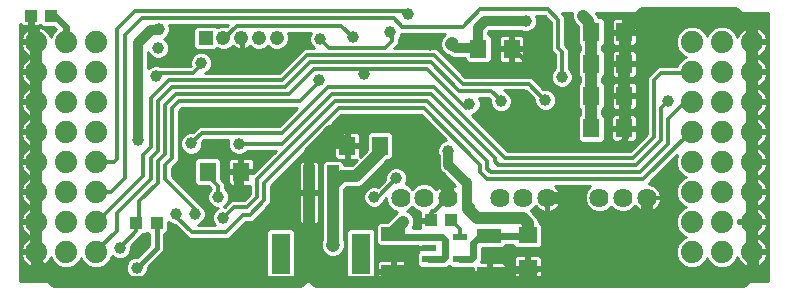
<source format=gbl>
G75*
G70*
%OFA0B0*%
%FSLAX24Y24*%
%IPPOS*%
%LPD*%
%AMOC8*
5,1,8,0,0,1.08239X$1,22.5*
%
%ADD10R,0.0472X0.0217*%
%ADD11R,0.0433X0.0394*%
%ADD12R,0.0787X0.0472*%
%ADD13R,0.0476X0.0476*%
%ADD14C,0.0476*%
%ADD15R,0.0551X0.0630*%
%ADD16R,0.0630X0.0551*%
%ADD17C,0.0740*%
%ADD18R,0.0394X0.1811*%
%ADD19R,0.0630X0.1339*%
%ADD20C,0.0640*%
%ADD21C,0.0396*%
%ADD22C,0.0160*%
%ADD23C,0.0240*%
%ADD24C,0.0120*%
%ADD25C,0.0320*%
%ADD26C,0.0400*%
%ADD27C,0.0100*%
%ADD28C,0.0475*%
D10*
X014279Y001349D03*
X014279Y001723D03*
X014279Y002097D03*
X015303Y002097D03*
X015303Y001349D03*
D11*
X015007Y002652D03*
X014338Y002652D03*
X005190Y002554D03*
X004521Y002554D03*
X001662Y009472D03*
X000993Y009472D03*
D12*
X013074Y002188D03*
X013074Y000928D03*
X016279Y000865D03*
X016279Y002125D03*
D13*
X006828Y008732D03*
D14*
X007419Y008732D03*
X008009Y008732D03*
X008600Y008732D03*
X009190Y008732D03*
D15*
X015921Y008367D03*
X017023Y008367D03*
X019680Y007861D03*
X020783Y007861D03*
X020783Y006798D03*
X019680Y006798D03*
X019678Y005721D03*
X020781Y005721D03*
X012641Y005137D03*
X011539Y005137D03*
X007997Y004273D03*
X006895Y004273D03*
X019680Y008924D03*
X020783Y008924D03*
D16*
X017558Y002154D03*
X017558Y001052D03*
D17*
X023035Y001593D03*
X024035Y001593D03*
X025035Y001593D03*
X025035Y002593D03*
X024035Y002593D03*
X023035Y002593D03*
X023035Y003593D03*
X024035Y003593D03*
X025035Y003593D03*
X025035Y004593D03*
X024035Y004593D03*
X023035Y004593D03*
X023035Y005593D03*
X024035Y005593D03*
X025035Y005593D03*
X025035Y006593D03*
X024035Y006593D03*
X023035Y006593D03*
X023035Y007593D03*
X024035Y007593D03*
X025035Y007593D03*
X025035Y008593D03*
X024035Y008593D03*
X023035Y008593D03*
X003177Y008593D03*
X002177Y008593D03*
X001177Y008593D03*
X001177Y007593D03*
X002177Y007593D03*
X003177Y007593D03*
X003177Y006593D03*
X002177Y006593D03*
X001177Y006593D03*
X001177Y005593D03*
X002177Y005593D03*
X003177Y005593D03*
X003177Y004593D03*
X002177Y004593D03*
X001177Y004593D03*
X001177Y003593D03*
X002177Y003593D03*
X003177Y003593D03*
X003177Y002593D03*
X002177Y002593D03*
X001177Y002593D03*
X001177Y001593D03*
X002177Y001593D03*
X003177Y001593D03*
D18*
X010271Y003585D03*
X011058Y003585D03*
D19*
X012003Y001538D03*
X009326Y001538D03*
D20*
X013322Y003397D03*
X014110Y003397D03*
X014897Y003397D03*
X016629Y003400D03*
X017417Y003400D03*
X018204Y003400D03*
X019949Y003402D03*
X020737Y003402D03*
X021524Y003402D03*
D21*
X014921Y004963D03*
X014293Y004873D03*
X013178Y004049D03*
X012440Y003428D03*
X013413Y002601D03*
X008405Y002385D03*
X007421Y002739D03*
X006465Y002854D03*
X005846Y002857D03*
X007243Y003428D03*
X007952Y003466D03*
X007932Y005200D03*
X006348Y005210D03*
X004566Y005317D03*
X005166Y007458D03*
X006677Y007898D03*
X005244Y008391D03*
X005259Y009019D03*
X009178Y007689D03*
X010602Y007319D03*
X012114Y007532D03*
X014310Y008507D03*
X012981Y008910D03*
X011732Y008743D03*
X010653Y008688D03*
X013583Y009528D03*
X017511Y009297D03*
X019409Y009452D03*
X018700Y007424D03*
X018750Y006765D03*
X018149Y006656D03*
X016673Y006617D03*
X015621Y006527D03*
X010964Y005613D03*
X003976Y001715D03*
X004527Y001066D03*
X022254Y006614D03*
D22*
X020826Y005676D02*
X020826Y005436D01*
X020472Y005082D01*
X018936Y005082D01*
X018750Y005268D01*
X018750Y006765D01*
X020781Y005721D02*
X020826Y005676D01*
X014897Y003397D02*
X014889Y003397D01*
X014338Y002845D02*
X014338Y002652D01*
X014271Y001735D02*
X014251Y001715D01*
X013799Y001715D01*
X013503Y001420D01*
X013503Y000869D01*
X013503Y000830D01*
X013228Y000928D02*
X013074Y000928D01*
X014279Y001723D02*
X014279Y001727D01*
X014271Y001735D01*
X005236Y000593D02*
X005190Y000639D01*
X004527Y001066D02*
X005190Y001729D01*
X005190Y002554D01*
X005259Y009019D02*
X005257Y009019D01*
X005247Y009028D01*
D23*
X002165Y009097D02*
X002165Y008625D01*
X002177Y008613D01*
X002177Y008593D01*
X001220Y008507D02*
X001177Y008550D01*
X000993Y008734D01*
X000993Y009472D01*
X001662Y009472D02*
X001790Y009472D01*
X002165Y009097D01*
X001177Y008593D02*
X001177Y008550D01*
X015531Y003113D02*
X015610Y003034D01*
X015590Y003034D01*
X015984Y002129D02*
X016338Y002129D01*
X016334Y002125D01*
X016279Y002125D01*
X016531Y002109D01*
X017755Y002109D01*
X017755Y002115D01*
X017558Y002154D01*
X015984Y002129D02*
X015747Y001893D01*
X015747Y001420D01*
X015677Y001349D01*
X015303Y001349D01*
X014803Y001420D02*
X014732Y001349D01*
X014279Y001349D01*
X014803Y001420D02*
X014803Y001991D01*
X014704Y002089D01*
X014251Y002089D01*
X014259Y002097D01*
X014279Y002097D01*
X013023Y002097D01*
X012972Y002149D01*
X013011Y002188D01*
X013074Y002188D01*
X013074Y000928D02*
X013110Y000893D01*
X013110Y000869D01*
X013503Y000869D01*
X016511Y000869D01*
X016279Y000865D01*
X016637Y000987D01*
X017795Y000987D01*
X017558Y001052D01*
D24*
X017781Y001052D01*
X017755Y001026D01*
X017775Y001007D01*
X015314Y002089D02*
X015314Y002345D01*
X015007Y002652D01*
X014338Y002845D02*
X014897Y003404D01*
X014897Y003397D01*
X014897Y003404D02*
X014921Y003428D01*
X015984Y004255D02*
X016220Y004019D01*
X021417Y004019D01*
X022991Y005593D01*
X023035Y005593D01*
X022243Y005200D02*
X022243Y006026D01*
X022834Y006617D01*
X022952Y006617D01*
X022976Y006593D01*
X023035Y006593D01*
X023035Y006601D01*
X023031Y006597D01*
X023035Y006601D02*
X023051Y006617D01*
X022254Y006614D02*
X022246Y006614D01*
X022243Y006617D01*
X022007Y006381D01*
X022007Y005318D01*
X021180Y004491D01*
X016574Y004491D01*
X016456Y004609D01*
X016456Y004727D01*
X014330Y006853D01*
X011023Y006853D01*
X009369Y005200D01*
X007932Y005200D01*
X007913Y005200D01*
X006692Y005554D02*
X009369Y005554D01*
X010905Y007089D01*
X014448Y007089D01*
X016810Y004727D01*
X021062Y004727D01*
X021771Y005436D01*
X021771Y007326D01*
X022007Y007562D01*
X023070Y007562D01*
X023039Y007593D01*
X023035Y007593D01*
X023031Y007597D01*
X023031Y007601D01*
X023024Y007598D02*
X023035Y007609D01*
X023035Y007593D01*
X023035Y007609D02*
X023044Y007618D01*
X018720Y007404D02*
X018700Y007424D01*
X018700Y008271D01*
X018582Y008389D01*
X018582Y009334D01*
X018228Y009688D01*
X015984Y009688D01*
X015393Y009097D01*
X013385Y009097D01*
X013090Y009393D01*
X004704Y009393D01*
X004153Y008841D01*
X004153Y004058D01*
X003680Y003586D01*
X003680Y003593D01*
X003688Y003593D01*
X003680Y003593D02*
X003177Y003593D01*
X004617Y003282D02*
X005236Y003900D01*
X005236Y004609D01*
X005472Y004845D01*
X005472Y006499D01*
X005826Y006853D01*
X009606Y006853D01*
X010432Y007680D01*
X012086Y007680D01*
X014212Y007680D01*
X015511Y006381D01*
X015621Y006490D01*
X015621Y006527D01*
X015275Y006971D02*
X016338Y006971D01*
X016692Y006617D01*
X016673Y006617D01*
X016692Y006617D02*
X016712Y006597D01*
X015275Y006971D02*
X014330Y007916D01*
X010314Y007916D01*
X009488Y007089D01*
X005708Y007089D01*
X005236Y006617D01*
X005236Y004963D01*
X004999Y004727D01*
X004999Y004019D01*
X003858Y002877D01*
X003858Y002306D01*
X003169Y001617D01*
X003169Y001601D01*
X003177Y001593D01*
X003942Y001721D02*
X003976Y001715D01*
X003956Y001715D01*
X004521Y002280D01*
X004521Y002554D01*
X004547Y002528D01*
X004617Y002528D01*
X004617Y003282D01*
X005846Y002857D02*
X005885Y002739D01*
X006358Y002267D01*
X007499Y002267D01*
X008070Y002837D01*
X008306Y002837D01*
X008779Y003310D01*
X008779Y003900D01*
X011259Y006381D01*
X014094Y006381D01*
X015984Y004491D01*
X015984Y004255D01*
X016220Y004373D02*
X016338Y004255D01*
X021299Y004255D01*
X022243Y005200D01*
X018750Y006765D02*
X018720Y006735D01*
X017824Y007631D01*
X017795Y007601D01*
X015354Y007601D01*
X014448Y008507D01*
X014310Y008507D01*
X015039Y008526D02*
X015198Y008367D01*
X014448Y008152D02*
X015393Y007208D01*
X017519Y007208D01*
X017539Y007188D01*
X017598Y007188D01*
X018188Y006597D01*
X018149Y006656D01*
X018721Y007367D02*
X018700Y007387D01*
X018681Y007407D01*
X018700Y007424D02*
X018700Y007387D01*
X018700Y007424D02*
X018680Y007444D01*
X017824Y007631D02*
X017088Y008367D01*
X017023Y008367D01*
X014448Y008152D02*
X010196Y008152D01*
X009369Y007326D01*
X005590Y007326D01*
X004999Y006735D01*
X004999Y005082D01*
X004743Y004826D01*
X004743Y004117D01*
X003220Y002593D01*
X003177Y002593D01*
X003188Y002582D01*
X003177Y002593D02*
X003169Y002601D01*
X005472Y004019D02*
X006456Y003034D01*
X006456Y002759D01*
X006465Y002768D01*
X006465Y002854D01*
X007401Y002719D02*
X007421Y002739D01*
X007775Y003093D01*
X008208Y003093D01*
X008543Y003428D01*
X008543Y004019D01*
X011141Y006617D01*
X014212Y006617D01*
X016220Y004609D01*
X016220Y004373D01*
X014293Y004873D02*
X014293Y004883D01*
X013267Y005908D01*
X013208Y005849D01*
X010551Y007208D02*
X009960Y006617D01*
X005944Y006617D01*
X005708Y006381D01*
X005708Y004727D01*
X005472Y004491D01*
X005472Y004019D01*
X006889Y004137D02*
X007243Y003782D01*
X007243Y003428D01*
X006889Y004137D02*
X006895Y004143D01*
X006895Y004273D01*
X006417Y005160D02*
X006348Y005210D01*
X006692Y005554D01*
X003858Y004688D02*
X003763Y004593D01*
X003177Y004593D01*
X003858Y004688D02*
X003858Y009019D01*
X004468Y009629D01*
X013562Y009629D01*
X013621Y009570D01*
X013583Y009531D01*
X013583Y009528D01*
X012981Y008910D02*
X013030Y008861D01*
X013031Y008861D01*
X013031Y008625D01*
X012795Y008389D01*
X010952Y008389D01*
X010653Y008688D01*
X011338Y009137D02*
X011732Y008743D01*
X011338Y009137D02*
X007873Y009137D01*
X007419Y008682D01*
X007419Y008732D01*
X008009Y008732D02*
X008070Y008671D01*
X008070Y007916D01*
X008306Y007680D01*
X009251Y007680D01*
X009251Y007686D01*
X009178Y007689D01*
X010532Y007226D02*
X010602Y007319D01*
X010532Y007226D02*
X010551Y007208D01*
X012086Y007560D02*
X012086Y007680D01*
X012086Y007560D02*
X012114Y007532D01*
X006771Y007916D02*
X006417Y007562D01*
X005161Y007562D01*
X005057Y007458D01*
X005166Y007458D01*
X006677Y007898D02*
X006695Y007916D01*
X006771Y007916D01*
X012557Y003428D02*
X013178Y004049D01*
X012557Y003428D02*
X012440Y003428D01*
X011141Y003664D02*
X011141Y003900D01*
X011141Y003664D02*
X011058Y003581D01*
X011058Y003585D01*
X011058Y003581D02*
X011023Y003546D01*
X015303Y002097D02*
X015310Y002089D01*
X015314Y002089D01*
X014279Y001727D02*
X014273Y001721D01*
X013803Y001721D01*
X013513Y001431D01*
X013513Y000611D01*
X013503Y000601D01*
X013503Y000593D01*
D25*
X008425Y000672D02*
X008403Y000694D01*
X008403Y002384D02*
X008405Y002385D01*
X007952Y003466D02*
X007952Y004227D01*
X007997Y004273D01*
X010271Y004920D02*
X010271Y003585D01*
X010271Y004920D02*
X010905Y005554D01*
X014921Y004963D02*
X014921Y004491D01*
X015531Y003881D01*
X015531Y003113D01*
X004566Y005317D02*
X004566Y008546D01*
X004999Y008979D01*
X005236Y008979D01*
X005259Y009003D01*
X005259Y009019D01*
X015039Y008526D02*
X015039Y008519D01*
X015170Y008387D01*
X015901Y008387D01*
X015901Y009057D01*
X016141Y009297D01*
X017511Y009297D01*
X015921Y008367D02*
X015901Y008387D01*
D26*
X019409Y009452D02*
X019562Y009298D01*
X019680Y008924D01*
X019680Y007952D01*
X019645Y007916D01*
X019680Y007881D01*
X019680Y007861D01*
X019680Y006798D01*
X019680Y005708D01*
X019678Y005705D01*
X019678Y005721D01*
X019678Y005705D02*
X019645Y005672D01*
X020781Y005721D02*
X020793Y005734D01*
X020793Y006788D01*
X020783Y006798D01*
X020783Y006798D01*
X020783Y007861D01*
X020783Y007861D01*
X020783Y007921D01*
X020793Y007931D01*
X020793Y008914D01*
X020783Y008924D01*
X021420Y009561D01*
X021526Y009561D01*
X021535Y009570D01*
X024488Y009570D01*
X025043Y009014D01*
X025043Y008381D01*
X025035Y008381D01*
X025035Y008463D01*
X025078Y008507D01*
X025035Y008550D01*
X025035Y008593D01*
X025035Y008381D02*
X025035Y007593D01*
X025047Y007593D01*
X025078Y007562D01*
X025035Y007519D01*
X025035Y006593D01*
X025054Y006593D01*
X025035Y006574D01*
X025035Y005593D01*
X025039Y005593D01*
X025078Y005554D01*
X025035Y005511D01*
X025035Y004593D01*
X025062Y004593D01*
X025035Y004566D01*
X025035Y003593D01*
X025035Y003589D01*
X025078Y003546D01*
X025035Y003503D01*
X025035Y002593D01*
X024968Y002593D01*
X025035Y002526D01*
X025035Y001593D01*
X025078Y001550D01*
X025078Y000948D01*
X024724Y000593D01*
X021535Y000593D01*
X021524Y000604D01*
X021524Y003402D01*
X019173Y003192D02*
X019114Y003133D01*
X018846Y003400D01*
X018204Y003400D01*
X019114Y003133D02*
X019173Y003074D01*
X019173Y000711D01*
X019291Y000593D01*
X021535Y000593D01*
X019291Y000593D02*
X013503Y000593D01*
X010551Y000593D01*
X010271Y000873D01*
X010271Y000904D01*
X009960Y000593D01*
X008425Y000593D01*
X008425Y000672D01*
X008425Y002329D01*
X008403Y002351D01*
X008417Y002365D01*
X008425Y002365D01*
X008405Y002385D01*
X011065Y001840D02*
X011065Y003824D01*
X011141Y003900D01*
X011377Y004137D01*
X011850Y004137D01*
X012641Y004928D01*
X012641Y005137D01*
X013208Y005849D02*
X013503Y005554D01*
X013503Y004491D01*
X013858Y004137D01*
X014448Y004137D01*
X014897Y003688D01*
X014897Y003397D01*
X015610Y003034D02*
X015610Y002975D01*
X015866Y002719D01*
X017401Y002719D01*
X017558Y002562D01*
X017558Y002154D01*
X013413Y002601D02*
X013123Y002311D01*
X013123Y002221D01*
X013107Y002221D01*
X013074Y002188D01*
X010271Y000904D02*
X010271Y003585D01*
X011539Y005137D02*
X011121Y005554D01*
X011023Y005554D01*
X011377Y005908D01*
X013149Y005908D01*
X013208Y005849D01*
X011023Y005554D02*
X010964Y005613D01*
X010905Y005554D01*
X011023Y005554D01*
X019645Y006735D02*
X019680Y006771D01*
X019680Y006798D01*
X025054Y006593D02*
X025078Y006617D01*
X025078Y004609D02*
X025062Y004593D01*
X024960Y002601D02*
X024968Y002593D01*
X008425Y000715D02*
X008403Y000694D01*
X008425Y000593D02*
X005236Y000593D01*
X001810Y000593D01*
X001220Y001184D01*
X001220Y001656D01*
X001173Y001703D01*
X001173Y002597D01*
X001173Y003597D01*
X001177Y003593D01*
X001183Y003600D01*
X001183Y004591D01*
X001179Y004591D01*
X001177Y004593D01*
X001173Y004597D01*
X001173Y005597D01*
X001177Y005593D01*
X001183Y005600D01*
X001183Y006591D01*
X001179Y006591D01*
X001177Y006593D01*
X001183Y006600D01*
X001183Y007600D01*
X001177Y007593D01*
X001173Y007597D01*
X001173Y008597D01*
X001177Y008593D01*
X001173Y008597D02*
X001173Y008611D01*
X001183Y007601D02*
X001183Y007600D01*
X001173Y005601D02*
X001173Y005597D01*
X001173Y003601D02*
X001173Y003597D01*
X001173Y002601D02*
X001173Y002597D01*
X001177Y002593D01*
X001220Y001656D02*
X001177Y001613D01*
X001177Y001593D01*
D27*
X000648Y000636D02*
X000648Y009191D01*
X000714Y009125D01*
X000944Y009125D01*
X000944Y009424D01*
X001041Y009424D01*
X001041Y009125D01*
X001271Y009125D01*
X001313Y009167D01*
X001375Y009105D01*
X001747Y009105D01*
X001836Y009016D01*
X001719Y008899D01*
X001666Y008771D01*
X001617Y008888D01*
X001471Y009034D01*
X001280Y009113D01*
X001226Y009113D01*
X001226Y008644D01*
X001127Y008644D01*
X001127Y009113D01*
X001073Y009113D01*
X000882Y009034D01*
X000736Y008888D01*
X000657Y008697D01*
X000657Y008643D01*
X001126Y008643D01*
X001126Y008543D01*
X000657Y008543D01*
X000657Y008490D01*
X000736Y008299D01*
X000882Y008153D01*
X001025Y008093D01*
X000882Y008034D01*
X000736Y007888D01*
X000657Y007697D01*
X000657Y007643D01*
X001126Y007643D01*
X001126Y007543D01*
X000657Y007543D01*
X000657Y007490D01*
X000736Y007299D01*
X000882Y007153D01*
X001025Y007093D01*
X000882Y007034D01*
X000736Y006888D01*
X000657Y006697D01*
X000657Y006643D01*
X001126Y006643D01*
X001126Y006543D01*
X000657Y006543D01*
X000657Y006490D01*
X000736Y006299D01*
X000882Y006153D01*
X001025Y006093D01*
X000882Y006034D01*
X000736Y005888D01*
X000657Y005697D01*
X000657Y005643D01*
X001126Y005643D01*
X001126Y005543D01*
X000657Y005543D01*
X000657Y005490D01*
X000736Y005299D01*
X000882Y005153D01*
X001025Y005093D01*
X000882Y005034D01*
X000736Y004888D01*
X000657Y004697D01*
X000657Y004643D01*
X001126Y004643D01*
X001126Y004543D01*
X000657Y004543D01*
X000657Y004490D01*
X000736Y004299D01*
X000882Y004153D01*
X001025Y004093D01*
X000882Y004034D01*
X000736Y003888D01*
X000657Y003697D01*
X000657Y003643D01*
X001126Y003643D01*
X001126Y003543D01*
X000657Y003543D01*
X000657Y003490D01*
X000736Y003299D01*
X000882Y003153D01*
X001025Y003093D01*
X000882Y003034D01*
X000736Y002888D01*
X000657Y002697D01*
X000657Y002643D01*
X001126Y002643D01*
X001126Y002543D01*
X000657Y002543D01*
X000657Y002490D01*
X000736Y002299D01*
X000882Y002153D01*
X001025Y002093D01*
X000882Y002034D01*
X000736Y001888D01*
X000657Y001697D01*
X000657Y001643D01*
X001126Y001643D01*
X001126Y001543D01*
X000657Y001543D01*
X000657Y001490D01*
X000736Y001299D01*
X000882Y001153D01*
X001073Y001073D01*
X001127Y001073D01*
X001127Y001543D01*
X001226Y001543D01*
X001226Y001073D01*
X001280Y001073D01*
X001471Y001153D01*
X001617Y001299D01*
X001666Y001416D01*
X001719Y001287D01*
X001871Y001136D01*
X002069Y001053D01*
X002284Y001053D01*
X002482Y001136D01*
X002634Y001287D01*
X002676Y001389D01*
X002719Y001287D01*
X002871Y001136D01*
X003069Y001053D01*
X003284Y001053D01*
X003482Y001136D01*
X003634Y001287D01*
X003707Y001463D01*
X003767Y001403D01*
X003902Y001347D01*
X004049Y001347D01*
X004184Y001403D01*
X004288Y001507D01*
X004344Y001642D01*
X004344Y001778D01*
X004751Y002185D01*
X004751Y002187D01*
X004808Y002187D01*
X004856Y002235D01*
X004903Y002187D01*
X004940Y002187D01*
X004940Y001833D01*
X004541Y001434D01*
X004454Y001434D01*
X004318Y001378D01*
X004215Y001274D01*
X004159Y001139D01*
X004159Y000993D01*
X004215Y000857D01*
X004318Y000754D01*
X004454Y000698D01*
X004600Y000698D01*
X004735Y000754D01*
X004839Y000857D01*
X004895Y000993D01*
X004895Y001080D01*
X005402Y001588D01*
X005440Y001679D01*
X005440Y001779D01*
X005440Y002187D01*
X005477Y002187D01*
X005577Y002287D01*
X005577Y002606D01*
X005637Y002545D01*
X005773Y002489D01*
X005810Y002489D01*
X006128Y002171D01*
X006262Y002037D01*
X007595Y002037D01*
X007729Y002171D01*
X008165Y002607D01*
X008211Y002607D01*
X008402Y002607D01*
X008874Y003080D01*
X009009Y003215D01*
X009009Y003805D01*
X011354Y006151D01*
X013999Y006151D01*
X014827Y005323D01*
X014712Y005276D01*
X014609Y005172D01*
X014553Y005037D01*
X014553Y004890D01*
X014591Y004798D01*
X014591Y004425D01*
X014641Y004304D01*
X014734Y004211D01*
X015141Y003804D01*
X014990Y003866D01*
X014916Y003866D01*
X014878Y003866D01*
X014804Y003866D01*
X014631Y003795D01*
X014517Y003682D01*
X014387Y003812D01*
X014207Y003886D01*
X014012Y003886D01*
X013832Y003812D01*
X013716Y003696D01*
X013600Y003812D01*
X013496Y003855D01*
X013546Y003976D01*
X013546Y004122D01*
X013490Y004257D01*
X013387Y004361D01*
X013251Y004417D01*
X013105Y004417D01*
X012969Y004361D01*
X012866Y004257D01*
X012810Y004122D01*
X012810Y004006D01*
X012575Y003771D01*
X012514Y003796D01*
X012367Y003796D01*
X012232Y003740D01*
X012128Y003637D01*
X012072Y003501D01*
X012072Y003355D01*
X012128Y003219D01*
X012232Y003116D01*
X012367Y003060D01*
X012514Y003060D01*
X012649Y003116D01*
X012752Y003219D01*
X012808Y003354D01*
X012832Y003378D01*
X012832Y003299D01*
X012907Y003119D01*
X013045Y002981D01*
X013204Y002915D01*
X013203Y002915D01*
X012913Y002625D01*
X012883Y002594D01*
X012610Y002594D01*
X012510Y002494D01*
X012510Y001881D01*
X012610Y001782D01*
X013538Y001782D01*
X013564Y001807D01*
X013893Y001807D01*
X013893Y001727D01*
X014274Y001727D01*
X014274Y001719D01*
X013893Y001719D01*
X013893Y001553D01*
X013895Y001550D01*
X013873Y001528D01*
X013873Y001171D01*
X013972Y001071D01*
X014193Y001071D01*
X014221Y001059D01*
X014674Y001059D01*
X014789Y001059D01*
X014896Y001103D01*
X014930Y001137D01*
X014996Y001071D01*
X015216Y001071D01*
X015245Y001059D01*
X015619Y001059D01*
X015734Y001059D01*
X015735Y001060D01*
X015735Y000915D01*
X016229Y000915D01*
X016229Y001251D01*
X015989Y001251D01*
X015993Y001256D01*
X016037Y001362D01*
X016037Y001719D01*
X016743Y001719D01*
X016843Y001818D01*
X016843Y001819D01*
X017073Y001819D01*
X017073Y001808D01*
X017173Y001709D01*
X017944Y001709D01*
X018043Y001808D01*
X018043Y002047D01*
X018045Y002051D01*
X018045Y002086D01*
X018051Y002115D01*
X018045Y002143D01*
X018045Y002173D01*
X018043Y002177D01*
X018043Y002500D01*
X017944Y002600D01*
X017928Y002600D01*
X017928Y002635D01*
X017872Y002771D01*
X017715Y002929D01*
X017669Y002975D01*
X017694Y002985D01*
X017825Y003115D01*
X017938Y003002D01*
X018111Y002930D01*
X018185Y002930D01*
X018185Y003381D01*
X018223Y003381D01*
X018223Y002930D01*
X018298Y002930D01*
X018470Y003002D01*
X018603Y003134D01*
X018674Y003307D01*
X018674Y003381D01*
X018223Y003381D01*
X018223Y003419D01*
X018674Y003419D01*
X018674Y003494D01*
X018603Y003667D01*
X018481Y003789D01*
X019642Y003789D01*
X019534Y003680D01*
X019459Y003500D01*
X019459Y003305D01*
X019534Y003125D01*
X019672Y002987D01*
X019852Y002912D01*
X020047Y002912D01*
X020227Y002987D01*
X020343Y003103D01*
X020459Y002987D01*
X020639Y002912D01*
X020834Y002912D01*
X021014Y002987D01*
X021144Y003117D01*
X021258Y003004D01*
X021431Y002932D01*
X021505Y002932D01*
X021505Y003383D01*
X021543Y003383D01*
X021543Y002932D01*
X021617Y002932D01*
X021790Y003004D01*
X021922Y003136D01*
X021994Y003309D01*
X021994Y003383D01*
X021543Y003383D01*
X021543Y003421D01*
X021994Y003421D01*
X021994Y003496D01*
X021922Y003669D01*
X021790Y003801D01*
X021617Y003872D01*
X021596Y003872D01*
X021647Y003923D01*
X022545Y004822D01*
X022495Y004701D01*
X022495Y004486D01*
X022577Y004287D01*
X022729Y004136D01*
X022831Y004093D01*
X022729Y004051D01*
X022577Y003899D01*
X022495Y003701D01*
X022495Y003486D01*
X022577Y003287D01*
X022729Y003136D01*
X022831Y003093D01*
X022729Y003051D01*
X022577Y002899D01*
X022495Y002701D01*
X022495Y002486D01*
X018043Y002486D01*
X018043Y002387D02*
X022536Y002387D01*
X022576Y002289D02*
X018043Y002289D01*
X018043Y002190D02*
X022674Y002190D01*
X022729Y002136D02*
X022831Y002093D01*
X022729Y002051D01*
X022577Y001899D01*
X022495Y001701D01*
X022495Y001486D01*
X022577Y001287D01*
X022729Y001136D01*
X022927Y001053D01*
X023142Y001053D01*
X023341Y001136D01*
X023493Y001287D01*
X023535Y001389D01*
X023577Y001287D01*
X023729Y001136D01*
X023927Y001053D01*
X024142Y001053D01*
X024341Y001136D01*
X024493Y001287D01*
X024546Y001416D01*
X024594Y001299D01*
X024740Y001153D01*
X024931Y001073D01*
X024985Y001073D01*
X024985Y001543D01*
X025085Y001543D01*
X025085Y001073D01*
X025138Y001073D01*
X025329Y001153D01*
X025476Y001299D01*
X025555Y001490D01*
X025555Y001543D01*
X025085Y001543D01*
X025085Y001643D01*
X025555Y001643D01*
X025555Y001697D01*
X025476Y001888D01*
X025329Y002034D01*
X025186Y002093D01*
X025329Y002153D01*
X025476Y002299D01*
X025555Y002490D01*
X025555Y002543D01*
X025085Y002543D01*
X025085Y002073D01*
X025085Y001644D01*
X024985Y001644D01*
X024985Y002073D01*
X024985Y002543D01*
X025085Y002543D01*
X025085Y002643D01*
X025555Y002643D01*
X025555Y002697D01*
X025476Y002888D01*
X025329Y003034D01*
X025186Y003093D01*
X025329Y003153D01*
X025476Y003299D01*
X025555Y003490D01*
X025555Y003543D01*
X025085Y003543D01*
X025085Y003113D01*
X025085Y002644D01*
X024985Y002644D01*
X024985Y003113D01*
X024985Y003543D01*
X025085Y003543D01*
X025085Y003643D01*
X025555Y003643D01*
X025555Y003697D01*
X025476Y003888D01*
X025329Y004034D01*
X025186Y004093D01*
X025329Y004153D01*
X025476Y004299D01*
X025555Y004490D01*
X025555Y004543D01*
X025085Y004543D01*
X025085Y004073D01*
X025085Y003644D01*
X024985Y003644D01*
X024985Y004073D01*
X024985Y004543D01*
X025085Y004543D01*
X025085Y004643D01*
X025555Y004643D01*
X025555Y004697D01*
X025476Y004888D01*
X025329Y005034D01*
X025186Y005093D01*
X025329Y005153D01*
X025476Y005299D01*
X025555Y005490D01*
X025555Y005543D01*
X025085Y005543D01*
X025085Y005073D01*
X025085Y004644D01*
X024985Y004644D01*
X024985Y005073D01*
X024985Y005543D01*
X025085Y005543D01*
X025085Y005643D01*
X025555Y005643D01*
X025555Y005697D01*
X025476Y005888D01*
X025329Y006034D01*
X025186Y006093D01*
X025329Y006153D01*
X025476Y006299D01*
X025555Y006490D01*
X025555Y006543D01*
X025085Y006543D01*
X025085Y006073D01*
X025085Y005644D01*
X024985Y005644D01*
X024985Y006073D01*
X024985Y006543D01*
X025085Y006543D01*
X025085Y006643D01*
X025555Y006643D01*
X025555Y006697D01*
X025476Y006888D01*
X025329Y007034D01*
X025186Y007093D01*
X025329Y007153D01*
X025476Y007299D01*
X025555Y007490D01*
X025555Y007543D01*
X025085Y007543D01*
X025085Y007073D01*
X025085Y006644D01*
X024985Y006644D01*
X024985Y007073D01*
X024985Y007543D01*
X025085Y007543D01*
X025085Y007643D01*
X025555Y007643D01*
X025555Y007697D01*
X025476Y007888D01*
X025329Y008034D01*
X025186Y008093D01*
X025329Y008153D01*
X025476Y008299D01*
X025555Y008490D01*
X025555Y008543D01*
X025085Y008543D01*
X025085Y008113D01*
X025085Y007644D01*
X024985Y007644D01*
X024985Y008113D01*
X024985Y008543D01*
X025085Y008543D01*
X025085Y008643D01*
X025555Y008643D01*
X025555Y008697D01*
X025476Y008888D01*
X025329Y009034D01*
X025138Y009113D01*
X025085Y009113D01*
X025085Y008644D01*
X024985Y008644D01*
X024985Y009113D01*
X024931Y009113D01*
X024740Y009034D01*
X024594Y008888D01*
X024546Y008771D01*
X024493Y008899D01*
X024341Y009051D01*
X024142Y009133D01*
X023927Y009133D01*
X023729Y009051D01*
X023577Y008899D01*
X023535Y008797D01*
X023493Y008899D01*
X023341Y009051D01*
X023142Y009133D01*
X022927Y009133D01*
X022729Y009051D01*
X022577Y008899D01*
X022495Y008701D01*
X022495Y008486D01*
X022577Y008287D01*
X022729Y008136D01*
X022831Y008093D01*
X022729Y008051D01*
X022577Y007899D01*
X022533Y007792D01*
X021912Y007792D01*
X021777Y007657D01*
X021541Y007421D01*
X021541Y007230D01*
X021541Y005531D01*
X020967Y004957D01*
X016906Y004957D01*
X015701Y006161D01*
X015829Y006214D01*
X015933Y006318D01*
X015989Y006453D01*
X015989Y006600D01*
X015933Y006735D01*
X015926Y006741D01*
X016243Y006741D01*
X016304Y006680D01*
X016304Y006544D01*
X016361Y006408D01*
X016464Y006305D01*
X016599Y006249D01*
X016746Y006249D01*
X016881Y006305D01*
X016985Y006408D01*
X017041Y006544D01*
X017041Y006690D01*
X016985Y006826D01*
X016881Y006929D01*
X016764Y006978D01*
X017424Y006978D01*
X017443Y006958D01*
X017503Y006958D01*
X017781Y006680D01*
X017781Y006583D01*
X017837Y006448D01*
X017940Y006344D01*
X018076Y006288D01*
X018222Y006288D01*
X018357Y006344D01*
X018461Y006448D01*
X018517Y006583D01*
X018517Y006730D01*
X018461Y006865D01*
X018357Y006968D01*
X018222Y007024D01*
X018086Y007024D01*
X017828Y007283D01*
X017693Y007418D01*
X017634Y007418D01*
X017614Y007438D01*
X015488Y007438D01*
X014543Y008382D01*
X014353Y008382D01*
X013114Y008382D01*
X013126Y008395D01*
X013261Y008530D01*
X013261Y008670D01*
X013293Y008702D01*
X013349Y008837D01*
X013349Y008867D01*
X014803Y008867D01*
X014693Y008757D01*
X014631Y008608D01*
X014631Y008445D01*
X014693Y008296D01*
X014808Y008181D01*
X014958Y008119D01*
X014972Y008119D01*
X014983Y008107D01*
X015105Y008057D01*
X015236Y008057D01*
X015475Y008057D01*
X015475Y007982D01*
X015575Y007882D01*
X016267Y007882D01*
X016366Y007982D01*
X016366Y008752D01*
X016267Y008852D01*
X016231Y008852D01*
X016231Y008920D01*
X016277Y008967D01*
X017345Y008967D01*
X017437Y008928D01*
X017584Y008928D01*
X017719Y008984D01*
X017823Y009088D01*
X017879Y009223D01*
X017879Y009370D01*
X017842Y009458D01*
X018132Y009458D01*
X018352Y009238D01*
X018352Y008484D01*
X018352Y008293D01*
X018470Y008175D01*
X018470Y007715D01*
X018388Y007633D01*
X018332Y007497D01*
X018332Y007351D01*
X018388Y007216D01*
X017895Y007216D01*
X017828Y007283D02*
X017828Y007283D01*
X017796Y007315D02*
X018347Y007315D01*
X018332Y007413D02*
X017698Y007413D01*
X017993Y007118D02*
X018486Y007118D01*
X018492Y007112D02*
X018627Y007056D01*
X018773Y007056D01*
X018909Y007112D01*
X019012Y007216D01*
X019268Y007216D01*
X019235Y007183D02*
X019235Y006413D01*
X019310Y006337D01*
X019310Y006185D01*
X019233Y006107D01*
X019233Y005336D01*
X019332Y005236D01*
X020024Y005236D01*
X020124Y005336D01*
X020124Y006107D01*
X020050Y006180D01*
X020050Y006337D01*
X020126Y006413D01*
X020126Y007183D01*
X020050Y007259D01*
X020050Y007400D01*
X020126Y007476D01*
X020126Y008246D01*
X020050Y008322D01*
X020050Y008463D01*
X020126Y008539D01*
X020126Y009309D01*
X020026Y009409D01*
X019917Y009409D01*
X019910Y009425D01*
X019893Y009480D01*
X019882Y009492D01*
X019876Y009508D01*
X019835Y009548D01*
X019833Y009551D01*
X025579Y009551D01*
X025579Y000636D01*
X017945Y000636D01*
X018023Y000714D01*
X018023Y001002D01*
X017609Y001002D01*
X017609Y001102D01*
X018023Y001102D01*
X018023Y001390D01*
X017936Y001478D01*
X017608Y001478D01*
X017608Y001102D01*
X017508Y001102D01*
X017508Y001002D01*
X017093Y001002D01*
X017093Y000714D01*
X017172Y000636D01*
X016823Y000636D01*
X016823Y000815D01*
X016329Y000815D01*
X016329Y000915D01*
X016823Y000915D01*
X016823Y001163D01*
X016735Y001251D01*
X016329Y001251D01*
X016329Y000915D01*
X016229Y000915D01*
X016229Y000815D01*
X015735Y000815D01*
X015735Y000636D01*
X013618Y000636D01*
X013618Y000878D01*
X013124Y000878D01*
X013124Y000636D01*
X013024Y000636D01*
X013024Y000878D01*
X012530Y000878D01*
X012530Y000636D01*
X000648Y000636D01*
X000648Y000712D02*
X004419Y000712D01*
X004261Y000811D02*
X000648Y000811D01*
X000648Y000909D02*
X004193Y000909D01*
X004159Y001008D02*
X000648Y001008D01*
X000648Y001106D02*
X000993Y001106D01*
X001127Y001106D02*
X001226Y001106D01*
X001226Y001205D02*
X001127Y001205D01*
X001127Y001303D02*
X001226Y001303D01*
X001226Y001402D02*
X001127Y001402D01*
X001127Y001501D02*
X001226Y001501D01*
X001126Y001599D02*
X000648Y001599D01*
X000648Y001501D02*
X000657Y001501D01*
X000648Y001402D02*
X000693Y001402D01*
X000734Y001303D02*
X000648Y001303D01*
X000648Y001205D02*
X000830Y001205D01*
X001360Y001106D02*
X001941Y001106D01*
X001801Y001205D02*
X001523Y001205D01*
X001619Y001303D02*
X001712Y001303D01*
X001671Y001402D02*
X001660Y001402D01*
X001226Y001644D02*
X001127Y001644D01*
X001127Y002073D01*
X001127Y002543D01*
X001226Y002543D01*
X001226Y002073D01*
X001226Y001644D01*
X001226Y001698D02*
X001127Y001698D01*
X001127Y001796D02*
X001226Y001796D01*
X001226Y001895D02*
X001127Y001895D01*
X001127Y001993D02*
X001226Y001993D01*
X001226Y002092D02*
X001127Y002092D01*
X001127Y002190D02*
X001226Y002190D01*
X001226Y002289D02*
X001127Y002289D01*
X001127Y002387D02*
X001226Y002387D01*
X001226Y002486D02*
X001127Y002486D01*
X001126Y002585D02*
X000648Y002585D01*
X000648Y002683D02*
X000657Y002683D01*
X000648Y002782D02*
X000692Y002782D01*
X000733Y002880D02*
X000648Y002880D01*
X000648Y002979D02*
X000826Y002979D01*
X000986Y003077D02*
X000648Y003077D01*
X000648Y003176D02*
X000859Y003176D01*
X000760Y003274D02*
X000648Y003274D01*
X000648Y003373D02*
X000705Y003373D01*
X000664Y003471D02*
X000648Y003471D01*
X000648Y003570D02*
X001126Y003570D01*
X001127Y003543D02*
X001226Y003543D01*
X001226Y003073D01*
X001226Y002644D01*
X001127Y002644D01*
X001127Y003073D01*
X001127Y003543D01*
X001127Y003471D02*
X001226Y003471D01*
X001226Y003373D02*
X001127Y003373D01*
X001127Y003274D02*
X001226Y003274D01*
X001226Y003176D02*
X001127Y003176D01*
X001127Y003077D02*
X001226Y003077D01*
X001226Y002979D02*
X001127Y002979D01*
X001127Y002880D02*
X001226Y002880D01*
X001226Y002782D02*
X001127Y002782D01*
X001127Y002683D02*
X001226Y002683D01*
X000658Y002486D02*
X000648Y002486D01*
X000648Y002387D02*
X000699Y002387D01*
X000746Y002289D02*
X000648Y002289D01*
X000648Y002190D02*
X000844Y002190D01*
X001021Y002092D02*
X000648Y002092D01*
X000648Y001993D02*
X000841Y001993D01*
X000743Y001895D02*
X000648Y001895D01*
X000648Y001796D02*
X000698Y001796D01*
X000657Y001698D02*
X000648Y001698D01*
X002412Y001106D02*
X002941Y001106D01*
X002801Y001205D02*
X002552Y001205D01*
X002641Y001303D02*
X002712Y001303D01*
X003412Y001106D02*
X004159Y001106D01*
X004186Y001205D02*
X003552Y001205D01*
X003641Y001303D02*
X004244Y001303D01*
X004181Y001402D02*
X004377Y001402D01*
X004281Y001501D02*
X004608Y001501D01*
X004707Y001599D02*
X004326Y001599D01*
X004344Y001698D02*
X004805Y001698D01*
X004904Y001796D02*
X004362Y001796D01*
X004461Y001895D02*
X004940Y001895D01*
X004940Y001993D02*
X004559Y001993D01*
X004658Y002092D02*
X004940Y002092D01*
X004900Y002190D02*
X004811Y002190D01*
X005440Y002092D02*
X006207Y002092D01*
X006109Y002190D02*
X005480Y002190D01*
X005577Y002289D02*
X006010Y002289D01*
X005912Y002387D02*
X005577Y002387D01*
X005577Y002486D02*
X005813Y002486D01*
X005598Y002585D02*
X005577Y002585D01*
X006565Y002497D02*
X006674Y002542D01*
X006777Y002645D01*
X006833Y002781D01*
X006833Y002927D01*
X006777Y003062D01*
X006674Y003166D01*
X006633Y003183D01*
X005702Y004114D01*
X005702Y004396D01*
X005803Y004497D01*
X005938Y004632D01*
X005938Y006286D01*
X006039Y006387D01*
X009865Y006387D01*
X009877Y006387D01*
X009274Y005784D01*
X006597Y005784D01*
X006462Y005649D01*
X006391Y005578D01*
X006275Y005578D01*
X006139Y005522D01*
X006036Y005418D01*
X005980Y005283D01*
X005980Y005136D01*
X006036Y005001D01*
X006139Y004897D01*
X006275Y004841D01*
X006421Y004841D01*
X006556Y004897D01*
X006660Y005001D01*
X006716Y005136D01*
X006716Y005252D01*
X006788Y005324D01*
X007586Y005324D01*
X007564Y005273D01*
X007564Y005126D01*
X007620Y004991D01*
X007724Y004888D01*
X007859Y004832D01*
X008006Y004832D01*
X008141Y004888D01*
X008223Y004970D01*
X009169Y004970D01*
X008421Y004223D01*
X008048Y004223D01*
X008048Y004322D01*
X008423Y004322D01*
X008423Y004650D01*
X008335Y004737D01*
X008047Y004737D01*
X008047Y004323D01*
X007947Y004323D01*
X007947Y004737D01*
X007660Y004737D01*
X007572Y004650D01*
X007572Y004322D01*
X007947Y004322D01*
X007947Y004223D01*
X007572Y004223D01*
X007572Y003895D01*
X007660Y003808D01*
X007947Y003808D01*
X007947Y004222D01*
X008047Y004222D01*
X008047Y003808D01*
X008313Y003808D01*
X008313Y003523D01*
X008113Y003323D01*
X007680Y003323D01*
X007545Y003189D01*
X007463Y003107D01*
X007431Y003107D01*
X007452Y003116D01*
X007556Y003219D01*
X007612Y003355D01*
X007612Y003501D01*
X007556Y003637D01*
X007473Y003719D01*
X007473Y003878D01*
X007341Y004010D01*
X007341Y004658D01*
X007241Y004757D01*
X006549Y004757D01*
X006449Y004658D01*
X006449Y003887D01*
X006549Y003788D01*
X006913Y003788D01*
X006998Y003703D01*
X006931Y003637D01*
X006875Y003501D01*
X006875Y003355D01*
X006931Y003219D01*
X007035Y003116D01*
X007170Y003060D01*
X007233Y003060D01*
X007212Y003051D01*
X007109Y002948D01*
X007053Y002812D01*
X007053Y002666D01*
X007109Y002531D01*
X007143Y002497D01*
X006565Y002497D01*
X006716Y002585D02*
X007086Y002585D01*
X007053Y002683D02*
X006793Y002683D01*
X006833Y002782D02*
X007053Y002782D01*
X007081Y002880D02*
X006833Y002880D01*
X006812Y002979D02*
X007140Y002979D01*
X007128Y003077D02*
X006762Y003077D01*
X006650Y003176D02*
X006975Y003176D01*
X006909Y003274D02*
X006541Y003274D01*
X006443Y003373D02*
X006875Y003373D01*
X006875Y003471D02*
X006344Y003471D01*
X006246Y003570D02*
X006904Y003570D01*
X006963Y003669D02*
X006147Y003669D01*
X006049Y003767D02*
X006934Y003767D01*
X006471Y003866D02*
X005950Y003866D01*
X005851Y003964D02*
X006449Y003964D01*
X006449Y004063D02*
X005753Y004063D01*
X005702Y004161D02*
X006449Y004161D01*
X006449Y004260D02*
X005702Y004260D01*
X005702Y004358D02*
X006449Y004358D01*
X006449Y004457D02*
X005763Y004457D01*
X005861Y004555D02*
X006449Y004555D01*
X006449Y004654D02*
X005938Y004654D01*
X005938Y004752D02*
X006544Y004752D01*
X006444Y004851D02*
X007812Y004851D01*
X007662Y004950D02*
X006608Y004950D01*
X006679Y005048D02*
X007597Y005048D01*
X007564Y005147D02*
X006716Y005147D01*
X006716Y005245D02*
X007564Y005245D01*
X008053Y004851D02*
X009050Y004851D01*
X009148Y004950D02*
X008203Y004950D01*
X008047Y004654D02*
X007947Y004654D01*
X007947Y004555D02*
X008047Y004555D01*
X008047Y004457D02*
X007947Y004457D01*
X007947Y004358D02*
X008047Y004358D01*
X008048Y004260D02*
X008459Y004260D01*
X008423Y004358D02*
X008557Y004358D01*
X008656Y004457D02*
X008423Y004457D01*
X008423Y004555D02*
X008754Y004555D01*
X008853Y004654D02*
X008419Y004654D01*
X008951Y004752D02*
X007246Y004752D01*
X007341Y004654D02*
X007576Y004654D01*
X007572Y004555D02*
X007341Y004555D01*
X007341Y004457D02*
X007572Y004457D01*
X007572Y004358D02*
X007341Y004358D01*
X007341Y004260D02*
X007947Y004260D01*
X007947Y004161D02*
X008047Y004161D01*
X008047Y004063D02*
X007947Y004063D01*
X007947Y003964D02*
X008047Y003964D01*
X008047Y003866D02*
X007947Y003866D01*
X007602Y003866D02*
X007473Y003866D01*
X007473Y003767D02*
X008313Y003767D01*
X008313Y003669D02*
X007524Y003669D01*
X007583Y003570D02*
X008313Y003570D01*
X008261Y003471D02*
X007612Y003471D01*
X007612Y003373D02*
X008162Y003373D01*
X007631Y003274D02*
X007578Y003274D01*
X007532Y003176D02*
X007512Y003176D01*
X008576Y002782D02*
X009924Y002782D01*
X009924Y002880D02*
X008674Y002880D01*
X008773Y002979D02*
X009924Y002979D01*
X009924Y003077D02*
X008871Y003077D01*
X008970Y003176D02*
X009924Y003176D01*
X009924Y003274D02*
X009009Y003274D01*
X009009Y003373D02*
X009924Y003373D01*
X009924Y003471D02*
X009009Y003471D01*
X009009Y003570D02*
X010222Y003570D01*
X010222Y003536D02*
X010222Y003633D01*
X009924Y003633D01*
X009924Y004553D01*
X010012Y004640D01*
X010222Y004640D01*
X010222Y003634D01*
X010319Y003634D01*
X010319Y004640D01*
X010530Y004640D01*
X010618Y004553D01*
X010618Y003633D01*
X010320Y003633D01*
X010320Y003536D01*
X010618Y003536D01*
X010618Y002617D01*
X010530Y002529D01*
X010319Y002529D01*
X010319Y003536D01*
X010222Y003536D01*
X010222Y002529D01*
X010012Y002529D01*
X009924Y002617D01*
X009924Y003536D01*
X010222Y003536D01*
X010222Y003471D02*
X010319Y003471D01*
X010319Y003373D02*
X010222Y003373D01*
X010222Y003274D02*
X010319Y003274D01*
X010319Y003176D02*
X010222Y003176D01*
X010222Y003077D02*
X010319Y003077D01*
X010319Y002979D02*
X010222Y002979D01*
X010222Y002880D02*
X010319Y002880D01*
X010319Y002782D02*
X010222Y002782D01*
X010222Y002683D02*
X010319Y002683D01*
X010319Y002585D02*
X010222Y002585D01*
X009957Y002585D02*
X008142Y002585D01*
X008044Y002486D02*
X010695Y002486D01*
X010695Y002387D02*
X007945Y002387D01*
X007847Y002289D02*
X008853Y002289D01*
X008841Y002277D02*
X008841Y000798D01*
X008941Y000698D01*
X009711Y000698D01*
X009811Y000798D01*
X009811Y002277D01*
X009711Y002377D01*
X008941Y002377D01*
X008841Y002277D01*
X008841Y002190D02*
X007748Y002190D01*
X007729Y002171D02*
X007729Y002171D01*
X007650Y002092D02*
X008841Y002092D01*
X008841Y001993D02*
X005440Y001993D01*
X005440Y001895D02*
X008841Y001895D01*
X008841Y001796D02*
X005440Y001796D01*
X005440Y001698D02*
X008841Y001698D01*
X008841Y001599D02*
X005407Y001599D01*
X005315Y001501D02*
X008841Y001501D01*
X008841Y001402D02*
X005217Y001402D01*
X005118Y001303D02*
X008841Y001303D01*
X008841Y001205D02*
X005020Y001205D01*
X004921Y001106D02*
X008841Y001106D01*
X008841Y001008D02*
X004895Y001008D01*
X004861Y000909D02*
X008841Y000909D01*
X008841Y000811D02*
X004792Y000811D01*
X004635Y000712D02*
X008927Y000712D01*
X009725Y000712D02*
X011604Y000712D01*
X011618Y000698D02*
X011518Y000798D01*
X011518Y002277D01*
X011618Y002377D01*
X012389Y002377D01*
X012488Y002277D01*
X012488Y000798D01*
X012389Y000698D01*
X011618Y000698D01*
X011518Y000811D02*
X009811Y000811D01*
X009811Y000909D02*
X011518Y000909D01*
X011518Y001008D02*
X009811Y001008D01*
X009811Y001106D02*
X011518Y001106D01*
X011518Y001205D02*
X009811Y001205D01*
X009811Y001303D02*
X011518Y001303D01*
X011518Y001402D02*
X009811Y001402D01*
X009811Y001501D02*
X010828Y001501D01*
X010834Y001494D02*
X010984Y001432D01*
X011146Y001432D01*
X011296Y001494D01*
X011410Y001609D01*
X011472Y001758D01*
X011472Y001921D01*
X011435Y002011D01*
X011435Y003671D01*
X011455Y003691D01*
X011531Y003767D01*
X011923Y003767D01*
X012059Y003823D01*
X012163Y003927D01*
X012888Y004652D01*
X012987Y004652D01*
X013087Y004751D01*
X013087Y005522D01*
X012987Y005622D01*
X012295Y005622D01*
X012196Y005522D01*
X012196Y005006D01*
X011964Y004774D01*
X011964Y005087D01*
X011589Y005087D01*
X011589Y005187D01*
X011489Y005187D01*
X011489Y005602D01*
X011201Y005602D01*
X011113Y005514D01*
X011113Y005187D01*
X011489Y005187D01*
X011489Y005087D01*
X011589Y005087D01*
X011589Y004672D01*
X011862Y004672D01*
X011696Y004507D01*
X011451Y004507D01*
X011425Y004507D01*
X011425Y004561D01*
X011326Y004660D01*
X010791Y004660D01*
X010691Y004561D01*
X010691Y002609D01*
X010695Y002605D01*
X010695Y002011D01*
X010658Y001921D01*
X010658Y001758D01*
X010720Y001609D01*
X010834Y001494D01*
X010729Y001599D02*
X009811Y001599D01*
X009811Y001698D02*
X010683Y001698D01*
X010658Y001796D02*
X009811Y001796D01*
X009811Y001895D02*
X010658Y001895D01*
X010688Y001993D02*
X009811Y001993D01*
X009811Y002092D02*
X010695Y002092D01*
X010695Y002190D02*
X009811Y002190D01*
X009799Y002289D02*
X010695Y002289D01*
X010695Y002585D02*
X010585Y002585D01*
X010618Y002683D02*
X010691Y002683D01*
X010691Y002782D02*
X010618Y002782D01*
X010618Y002880D02*
X010691Y002880D01*
X010691Y002979D02*
X010618Y002979D01*
X010618Y003077D02*
X010691Y003077D01*
X010691Y003176D02*
X010618Y003176D01*
X010618Y003274D02*
X010691Y003274D01*
X010691Y003373D02*
X010618Y003373D01*
X010618Y003471D02*
X010691Y003471D01*
X010691Y003570D02*
X010320Y003570D01*
X010319Y003669D02*
X010222Y003669D01*
X010222Y003767D02*
X010319Y003767D01*
X010319Y003866D02*
X010222Y003866D01*
X010222Y003964D02*
X010319Y003964D01*
X010319Y004063D02*
X010222Y004063D01*
X010222Y004161D02*
X010319Y004161D01*
X010319Y004260D02*
X010222Y004260D01*
X010222Y004358D02*
X010319Y004358D01*
X010319Y004457D02*
X010222Y004457D01*
X010222Y004555D02*
X010319Y004555D01*
X010615Y004555D02*
X010691Y004555D01*
X010691Y004457D02*
X010618Y004457D01*
X010618Y004358D02*
X010691Y004358D01*
X010691Y004260D02*
X010618Y004260D01*
X010618Y004161D02*
X010691Y004161D01*
X010691Y004063D02*
X010618Y004063D01*
X010618Y003964D02*
X010691Y003964D01*
X010691Y003866D02*
X010618Y003866D01*
X010618Y003767D02*
X010691Y003767D01*
X010691Y003669D02*
X010618Y003669D01*
X009924Y003669D02*
X009009Y003669D01*
X009009Y003767D02*
X009924Y003767D01*
X009924Y003866D02*
X009069Y003866D01*
X009168Y003964D02*
X009924Y003964D01*
X009924Y004063D02*
X009266Y004063D01*
X009365Y004161D02*
X009924Y004161D01*
X009924Y004260D02*
X009463Y004260D01*
X009562Y004358D02*
X009924Y004358D01*
X009924Y004457D02*
X009660Y004457D01*
X009759Y004555D02*
X009927Y004555D01*
X009858Y004654D02*
X010784Y004654D01*
X011113Y004760D02*
X011201Y004672D01*
X011489Y004672D01*
X011489Y005087D01*
X011113Y005087D01*
X011113Y004760D01*
X011120Y004752D02*
X009956Y004752D01*
X010055Y004851D02*
X011113Y004851D01*
X011113Y004950D02*
X010153Y004950D01*
X010252Y005048D02*
X011113Y005048D01*
X011489Y005048D02*
X011589Y005048D01*
X011589Y004950D02*
X011489Y004950D01*
X011489Y004851D02*
X011589Y004851D01*
X011589Y004752D02*
X011489Y004752D01*
X011332Y004654D02*
X011844Y004654D01*
X011745Y004555D02*
X011425Y004555D01*
X011964Y004851D02*
X012041Y004851D01*
X011964Y004950D02*
X012139Y004950D01*
X012196Y005048D02*
X011964Y005048D01*
X012196Y005147D02*
X011589Y005147D01*
X011589Y005187D02*
X011964Y005187D01*
X011964Y005514D01*
X011876Y005602D01*
X011589Y005602D01*
X011589Y005187D01*
X011589Y005245D02*
X011489Y005245D01*
X011489Y005147D02*
X010350Y005147D01*
X010449Y005245D02*
X011113Y005245D01*
X011113Y005344D02*
X010547Y005344D01*
X010646Y005442D02*
X011113Y005442D01*
X011140Y005541D02*
X010744Y005541D01*
X010843Y005639D02*
X014510Y005639D01*
X014609Y005541D02*
X013068Y005541D01*
X013087Y005442D02*
X014707Y005442D01*
X014806Y005344D02*
X013087Y005344D01*
X013087Y005245D02*
X014682Y005245D01*
X014598Y005147D02*
X013087Y005147D01*
X013087Y005048D02*
X014557Y005048D01*
X014553Y004950D02*
X013087Y004950D01*
X013087Y004851D02*
X014569Y004851D01*
X014591Y004752D02*
X013087Y004752D01*
X012989Y004654D02*
X014591Y004654D01*
X014591Y004555D02*
X012792Y004555D01*
X012693Y004457D02*
X014591Y004457D01*
X014618Y004358D02*
X013389Y004358D01*
X013488Y004260D02*
X014685Y004260D01*
X014784Y004161D02*
X013530Y004161D01*
X013546Y004063D02*
X014882Y004063D01*
X014981Y003964D02*
X013541Y003964D01*
X013501Y003866D02*
X013962Y003866D01*
X013787Y003767D02*
X013645Y003767D01*
X014258Y003866D02*
X014801Y003866D01*
X014878Y003866D02*
X014878Y003416D01*
X014916Y003416D01*
X014916Y003866D01*
X014993Y003866D02*
X015079Y003866D01*
X014916Y003767D02*
X014878Y003767D01*
X014878Y003669D02*
X014916Y003669D01*
X014916Y003570D02*
X014878Y003570D01*
X014878Y003471D02*
X014916Y003471D01*
X014603Y003767D02*
X014432Y003767D01*
X012967Y004358D02*
X012595Y004358D01*
X012496Y004260D02*
X012868Y004260D01*
X012826Y004161D02*
X012397Y004161D01*
X012299Y004063D02*
X012810Y004063D01*
X012768Y003964D02*
X012200Y003964D01*
X012102Y003866D02*
X012670Y003866D01*
X012297Y003767D02*
X011924Y003767D01*
X012160Y003669D02*
X011435Y003669D01*
X011455Y003691D02*
X011455Y003691D01*
X011435Y003570D02*
X012101Y003570D01*
X012072Y003471D02*
X011435Y003471D01*
X011435Y003373D02*
X012072Y003373D01*
X012106Y003274D02*
X011435Y003274D01*
X011435Y003176D02*
X012172Y003176D01*
X012325Y003077D02*
X011435Y003077D01*
X011435Y002979D02*
X013050Y002979D01*
X012949Y003077D02*
X012555Y003077D01*
X012709Y003176D02*
X012883Y003176D01*
X012842Y003274D02*
X012775Y003274D01*
X012827Y003373D02*
X012832Y003373D01*
X013600Y002981D02*
X013716Y003097D01*
X013832Y002981D01*
X013980Y002920D01*
X013971Y002911D01*
X013971Y002701D01*
X014289Y002701D01*
X014289Y002604D01*
X013971Y002604D01*
X013971Y002393D01*
X013978Y002387D01*
X013723Y002387D01*
X013977Y002387D01*
X013971Y002486D02*
X013766Y002486D01*
X013783Y002527D02*
X013727Y002391D01*
X013723Y002387D01*
X013783Y002527D02*
X013783Y002675D01*
X013727Y002811D01*
X013623Y002915D01*
X013531Y002953D01*
X013600Y002981D01*
X013594Y002979D02*
X013838Y002979D01*
X013736Y003077D02*
X013696Y003077D01*
X013657Y002880D02*
X013971Y002880D01*
X013971Y002782D02*
X013739Y002782D01*
X013780Y002683D02*
X014289Y002683D01*
X014289Y002701D02*
X014289Y002941D01*
X014386Y002981D01*
X014386Y002701D01*
X014289Y002701D01*
X014289Y002782D02*
X014386Y002782D01*
X014386Y002880D02*
X014289Y002880D01*
X014381Y002979D02*
X014386Y002979D01*
X013971Y002585D02*
X013783Y002585D01*
X013071Y002782D02*
X011435Y002782D01*
X011435Y002880D02*
X013169Y002880D01*
X012972Y002683D02*
X011435Y002683D01*
X011435Y002585D02*
X012601Y002585D01*
X012510Y002486D02*
X011435Y002486D01*
X011435Y002387D02*
X012510Y002387D01*
X012510Y002289D02*
X012477Y002289D01*
X012488Y002190D02*
X012510Y002190D01*
X012510Y002092D02*
X012488Y002092D01*
X012488Y001993D02*
X012510Y001993D01*
X012510Y001895D02*
X012488Y001895D01*
X012488Y001796D02*
X012596Y001796D01*
X012488Y001698D02*
X013893Y001698D01*
X013893Y001796D02*
X013553Y001796D01*
X013893Y001599D02*
X012488Y001599D01*
X012488Y001501D02*
X013873Y001501D01*
X013873Y001402D02*
X012488Y001402D01*
X012488Y001303D02*
X012608Y001303D01*
X012618Y001314D02*
X012530Y001226D01*
X012530Y000978D01*
X013024Y000978D01*
X013024Y000878D01*
X013124Y000878D01*
X013124Y000978D01*
X013024Y000978D01*
X013024Y001314D01*
X012618Y001314D01*
X013024Y001303D02*
X013124Y001303D01*
X013124Y001314D02*
X013124Y000978D01*
X013618Y000978D01*
X013618Y001226D01*
X013530Y001314D01*
X013124Y001314D01*
X013541Y001303D02*
X013873Y001303D01*
X013873Y001205D02*
X013618Y001205D01*
X013618Y001106D02*
X013937Y001106D01*
X013618Y001008D02*
X015735Y001008D01*
X015735Y000811D02*
X013618Y000811D01*
X013618Y000712D02*
X015735Y000712D01*
X016229Y000909D02*
X013124Y000909D01*
X013124Y000811D02*
X013024Y000811D01*
X013024Y000909D02*
X012488Y000909D01*
X012488Y000811D02*
X012530Y000811D01*
X012530Y000712D02*
X012402Y000712D01*
X012488Y001008D02*
X012530Y001008D01*
X012530Y001106D02*
X012488Y001106D01*
X012488Y001205D02*
X012530Y001205D01*
X013024Y001205D02*
X013124Y001205D01*
X013124Y001106D02*
X013024Y001106D01*
X013024Y001008D02*
X013124Y001008D01*
X013124Y000712D02*
X013024Y000712D01*
X011518Y001501D02*
X011302Y001501D01*
X011401Y001599D02*
X011518Y001599D01*
X011518Y001698D02*
X011447Y001698D01*
X011472Y001796D02*
X011518Y001796D01*
X011518Y001895D02*
X011472Y001895D01*
X011442Y001993D02*
X011518Y001993D01*
X011518Y002092D02*
X011435Y002092D01*
X011435Y002190D02*
X011518Y002190D01*
X011530Y002289D02*
X011435Y002289D01*
X009924Y002683D02*
X008477Y002683D01*
X007572Y003964D02*
X007387Y003964D01*
X007341Y004063D02*
X007572Y004063D01*
X007572Y004161D02*
X007341Y004161D01*
X006251Y004851D02*
X005938Y004851D01*
X005938Y004950D02*
X006087Y004950D01*
X006016Y005048D02*
X005938Y005048D01*
X005938Y005147D02*
X005980Y005147D01*
X005980Y005245D02*
X005938Y005245D01*
X005938Y005344D02*
X006005Y005344D01*
X006060Y005442D02*
X005938Y005442D01*
X005938Y005541D02*
X006186Y005541D01*
X005938Y005639D02*
X006452Y005639D01*
X006551Y005738D02*
X005938Y005738D01*
X005938Y005836D02*
X009327Y005836D01*
X009425Y005935D02*
X005938Y005935D01*
X005938Y006034D02*
X009524Y006034D01*
X009622Y006132D02*
X005938Y006132D01*
X005938Y006231D02*
X009721Y006231D01*
X009819Y006329D02*
X005982Y006329D01*
X006812Y007556D02*
X006886Y007586D01*
X006990Y007690D01*
X007046Y007825D01*
X007046Y007972D01*
X006990Y008107D01*
X006886Y008210D01*
X006751Y008266D01*
X006604Y008266D01*
X006469Y008210D01*
X006365Y008107D01*
X006309Y007972D01*
X006309Y007825D01*
X006323Y007793D01*
X006321Y007792D01*
X005322Y007792D01*
X005239Y007826D01*
X005092Y007826D01*
X004957Y007770D01*
X004896Y007709D01*
X004896Y008269D01*
X004932Y008182D01*
X005035Y008079D01*
X005171Y008023D01*
X005317Y008023D01*
X005452Y008079D01*
X005556Y008182D01*
X005612Y008318D01*
X005612Y008464D01*
X005556Y008599D01*
X005454Y008701D01*
X005468Y008707D01*
X005571Y008811D01*
X005627Y008946D01*
X005627Y009092D01*
X005598Y009163D01*
X007574Y009163D01*
X007536Y009125D01*
X007500Y009140D01*
X007338Y009140D01*
X007195Y009081D01*
X007136Y009140D01*
X006520Y009140D01*
X006420Y009040D01*
X006420Y008424D01*
X006520Y008324D01*
X007136Y008324D01*
X007195Y008383D01*
X007338Y008324D01*
X007500Y008324D01*
X007650Y008386D01*
X007728Y008465D01*
X007790Y008403D01*
X007932Y008344D01*
X007990Y008344D01*
X007990Y008713D01*
X008028Y008713D01*
X008028Y008344D01*
X008086Y008344D01*
X008229Y008403D01*
X008290Y008465D01*
X008369Y008386D01*
X008519Y008324D01*
X008681Y008324D01*
X008831Y008386D01*
X008895Y008451D01*
X008959Y008386D01*
X009109Y008324D01*
X009271Y008324D01*
X009421Y008386D01*
X009536Y008501D01*
X009598Y008651D01*
X009598Y008813D01*
X009559Y008907D01*
X010350Y008907D01*
X010341Y008897D01*
X010284Y008762D01*
X010284Y008615D01*
X010341Y008480D01*
X010438Y008382D01*
X010101Y008382D01*
X009966Y008248D01*
X009274Y007556D01*
X006812Y007556D01*
X006910Y007610D02*
X009329Y007610D01*
X009427Y007709D02*
X006997Y007709D01*
X007038Y007807D02*
X009526Y007807D01*
X009624Y007906D02*
X007046Y007906D01*
X007032Y008004D02*
X009723Y008004D01*
X009821Y008103D02*
X006991Y008103D01*
X006895Y008201D02*
X009920Y008201D01*
X010019Y008300D02*
X005605Y008300D01*
X005612Y008399D02*
X006446Y008399D01*
X006420Y008497D02*
X005598Y008497D01*
X005557Y008596D02*
X006420Y008596D01*
X006420Y008694D02*
X005461Y008694D01*
X005553Y008793D02*
X006420Y008793D01*
X006420Y008891D02*
X005605Y008891D01*
X005627Y008990D02*
X006420Y008990D01*
X006468Y009088D02*
X005627Y009088D01*
X007188Y009088D02*
X007213Y009088D01*
X007990Y008694D02*
X008028Y008694D01*
X008028Y008596D02*
X007990Y008596D01*
X007990Y008497D02*
X008028Y008497D01*
X008028Y008399D02*
X007990Y008399D01*
X007801Y008399D02*
X007662Y008399D01*
X008217Y008399D02*
X008357Y008399D01*
X008843Y008399D02*
X008947Y008399D01*
X009433Y008399D02*
X010422Y008399D01*
X010333Y008497D02*
X009532Y008497D01*
X009575Y008596D02*
X010293Y008596D01*
X010284Y008694D02*
X009598Y008694D01*
X009598Y008793D02*
X010297Y008793D01*
X010338Y008891D02*
X009566Y008891D01*
X006460Y008201D02*
X005564Y008201D01*
X005476Y008103D02*
X006364Y008103D01*
X006323Y008004D02*
X004896Y008004D01*
X004896Y007906D02*
X006309Y007906D01*
X006317Y007807D02*
X005285Y007807D01*
X005046Y007807D02*
X004896Y007807D01*
X004896Y008103D02*
X005011Y008103D01*
X004924Y008201D02*
X004896Y008201D01*
X001809Y008990D02*
X001515Y008990D01*
X001614Y008891D02*
X001715Y008891D01*
X001675Y008793D02*
X001657Y008793D01*
X001764Y009088D02*
X001340Y009088D01*
X001226Y009088D02*
X001127Y009088D01*
X001127Y008990D02*
X001226Y008990D01*
X001226Y008891D02*
X001127Y008891D01*
X001127Y008793D02*
X001226Y008793D01*
X001226Y008694D02*
X001127Y008694D01*
X001126Y008596D02*
X000648Y008596D01*
X000648Y008694D02*
X000657Y008694D01*
X000648Y008793D02*
X000696Y008793D01*
X000739Y008891D02*
X000648Y008891D01*
X000648Y008990D02*
X000838Y008990D01*
X001013Y009088D02*
X000648Y009088D01*
X000648Y009187D02*
X000652Y009187D01*
X000944Y009187D02*
X001041Y009187D01*
X001041Y009285D02*
X000944Y009285D01*
X000944Y009384D02*
X001041Y009384D01*
X001127Y008543D02*
X001226Y008543D01*
X001226Y008073D01*
X001226Y007644D01*
X001127Y007644D01*
X001127Y008073D01*
X001127Y008543D01*
X001127Y008497D02*
X001226Y008497D01*
X001226Y008399D02*
X001127Y008399D01*
X001127Y008300D02*
X001226Y008300D01*
X001226Y008201D02*
X001127Y008201D01*
X001127Y008103D02*
X001226Y008103D01*
X001226Y008004D02*
X001127Y008004D01*
X001127Y007906D02*
X001226Y007906D01*
X001226Y007807D02*
X001127Y007807D01*
X001127Y007709D02*
X001226Y007709D01*
X001126Y007610D02*
X000648Y007610D01*
X000648Y007512D02*
X000657Y007512D01*
X000648Y007413D02*
X000688Y007413D01*
X000648Y007315D02*
X000729Y007315D01*
X000648Y007216D02*
X000818Y007216D01*
X000967Y007118D02*
X000648Y007118D01*
X000648Y007019D02*
X000867Y007019D01*
X000768Y006920D02*
X000648Y006920D01*
X000648Y006822D02*
X000708Y006822D01*
X000668Y006723D02*
X000648Y006723D01*
X000648Y006625D02*
X001126Y006625D01*
X001127Y006644D02*
X001127Y007073D01*
X001127Y007543D01*
X001226Y007543D01*
X001226Y007073D01*
X001226Y006644D01*
X001127Y006644D01*
X001127Y006723D02*
X001226Y006723D01*
X001226Y006822D02*
X001127Y006822D01*
X001127Y006920D02*
X001226Y006920D01*
X001226Y007019D02*
X001127Y007019D01*
X001127Y007118D02*
X001226Y007118D01*
X001226Y007216D02*
X001127Y007216D01*
X001127Y007315D02*
X001226Y007315D01*
X001226Y007413D02*
X001127Y007413D01*
X001127Y007512D02*
X001226Y007512D01*
X000661Y007709D02*
X000648Y007709D01*
X000648Y007807D02*
X000702Y007807D01*
X000754Y007906D02*
X000648Y007906D01*
X000648Y008004D02*
X000852Y008004D01*
X001002Y008103D02*
X000648Y008103D01*
X000648Y008201D02*
X000833Y008201D01*
X000735Y008300D02*
X000648Y008300D01*
X000648Y008399D02*
X000694Y008399D01*
X000657Y008497D02*
X000648Y008497D01*
X000648Y006526D02*
X000657Y006526D01*
X000648Y006428D02*
X000682Y006428D01*
X000648Y006329D02*
X000723Y006329D01*
X000648Y006231D02*
X000804Y006231D01*
X000931Y006132D02*
X000648Y006132D01*
X000648Y006034D02*
X000881Y006034D01*
X000783Y005935D02*
X000648Y005935D01*
X000648Y005836D02*
X000714Y005836D01*
X000674Y005738D02*
X000648Y005738D01*
X000648Y005639D02*
X001126Y005639D01*
X001127Y005644D02*
X001127Y006113D01*
X001127Y006543D01*
X001226Y006543D01*
X001226Y006073D01*
X001226Y005644D01*
X001127Y005644D01*
X001127Y005738D02*
X001226Y005738D01*
X001226Y005836D02*
X001127Y005836D01*
X001127Y005935D02*
X001226Y005935D01*
X001226Y006034D02*
X001127Y006034D01*
X001127Y006132D02*
X001226Y006132D01*
X001226Y006231D02*
X001127Y006231D01*
X001127Y006329D02*
X001226Y006329D01*
X001226Y006428D02*
X001127Y006428D01*
X001127Y006526D02*
X001226Y006526D01*
X001226Y005543D02*
X001226Y005113D01*
X001226Y004644D01*
X001127Y004644D01*
X001127Y005113D01*
X001127Y005543D01*
X001226Y005543D01*
X001226Y005541D02*
X001127Y005541D01*
X001127Y005442D02*
X001226Y005442D01*
X001226Y005344D02*
X001127Y005344D01*
X001127Y005245D02*
X001226Y005245D01*
X001226Y005147D02*
X001127Y005147D01*
X001127Y005048D02*
X001226Y005048D01*
X001226Y004950D02*
X001127Y004950D01*
X001127Y004851D02*
X001226Y004851D01*
X001226Y004752D02*
X001127Y004752D01*
X001127Y004654D02*
X001226Y004654D01*
X001126Y004555D02*
X000648Y004555D01*
X000648Y004457D02*
X000670Y004457D01*
X000648Y004358D02*
X000711Y004358D01*
X000648Y004260D02*
X000775Y004260D01*
X000873Y004161D02*
X000648Y004161D01*
X000648Y004063D02*
X000951Y004063D01*
X000812Y003964D02*
X000648Y003964D01*
X000648Y003866D02*
X000726Y003866D01*
X000686Y003767D02*
X000648Y003767D01*
X000648Y003669D02*
X000657Y003669D01*
X001127Y003669D02*
X001226Y003669D01*
X001226Y003644D02*
X001127Y003644D01*
X001127Y004073D01*
X001127Y004543D01*
X001226Y004543D01*
X001226Y004073D01*
X001226Y003644D01*
X001226Y003767D02*
X001127Y003767D01*
X001127Y003866D02*
X001226Y003866D01*
X001226Y003964D02*
X001127Y003964D01*
X001127Y004063D02*
X001226Y004063D01*
X001226Y004161D02*
X001127Y004161D01*
X001127Y004260D02*
X001226Y004260D01*
X001226Y004358D02*
X001127Y004358D01*
X001127Y004457D02*
X001226Y004457D01*
X000657Y004654D02*
X000648Y004654D01*
X000648Y004752D02*
X000680Y004752D01*
X000648Y004851D02*
X000720Y004851D01*
X000648Y004950D02*
X000797Y004950D01*
X000916Y005048D02*
X000648Y005048D01*
X000648Y005147D02*
X000896Y005147D01*
X000789Y005245D02*
X000648Y005245D01*
X000648Y005344D02*
X000717Y005344D01*
X000676Y005442D02*
X000648Y005442D01*
X000648Y005541D02*
X000657Y005541D01*
X010942Y005738D02*
X014411Y005738D01*
X014313Y005836D02*
X011040Y005836D01*
X011139Y005935D02*
X014214Y005935D01*
X014116Y006034D02*
X011237Y006034D01*
X011336Y006132D02*
X014017Y006132D01*
X015731Y006132D02*
X019258Y006132D01*
X019233Y006034D02*
X015829Y006034D01*
X015928Y005935D02*
X019233Y005935D01*
X019233Y005836D02*
X016026Y005836D01*
X016125Y005738D02*
X019233Y005738D01*
X019233Y005639D02*
X016223Y005639D01*
X016322Y005541D02*
X019233Y005541D01*
X019233Y005442D02*
X016421Y005442D01*
X016519Y005344D02*
X019233Y005344D01*
X019323Y005245D02*
X016618Y005245D01*
X016716Y005147D02*
X021157Y005147D01*
X021255Y005245D02*
X020033Y005245D01*
X020124Y005344D02*
X020355Y005344D01*
X020443Y005256D01*
X020731Y005256D01*
X020731Y005671D01*
X020830Y005671D01*
X020830Y005256D01*
X021118Y005256D01*
X021206Y005344D01*
X021206Y005671D01*
X020831Y005671D01*
X020831Y005771D01*
X021206Y005771D01*
X021206Y006098D01*
X021118Y006186D01*
X020830Y006186D01*
X020830Y005771D01*
X020731Y005771D01*
X020731Y006186D01*
X020443Y006186D01*
X020355Y006098D01*
X020355Y005771D01*
X020730Y005771D01*
X020730Y005671D01*
X020355Y005671D01*
X020355Y005344D01*
X020355Y005442D02*
X020124Y005442D01*
X020124Y005541D02*
X020355Y005541D01*
X020355Y005639D02*
X020124Y005639D01*
X020124Y005738D02*
X020730Y005738D01*
X020731Y005836D02*
X020830Y005836D01*
X020831Y005738D02*
X021541Y005738D01*
X021541Y005836D02*
X021206Y005836D01*
X021206Y005935D02*
X021541Y005935D01*
X021541Y006034D02*
X021206Y006034D01*
X021172Y006132D02*
X021541Y006132D01*
X021541Y006231D02*
X020050Y006231D01*
X020050Y006329D02*
X021541Y006329D01*
X021541Y006428D02*
X021208Y006428D01*
X021208Y006421D02*
X021208Y006748D01*
X020833Y006748D01*
X020833Y006848D01*
X021208Y006848D01*
X021208Y007175D01*
X021121Y007263D01*
X020833Y007263D01*
X020833Y006848D01*
X020733Y006848D01*
X020733Y007263D01*
X020445Y007263D01*
X020357Y007175D01*
X020357Y006848D01*
X020733Y006848D01*
X020733Y006748D01*
X020833Y006748D01*
X020833Y006333D01*
X021121Y006333D01*
X021208Y006421D01*
X021208Y006526D02*
X021541Y006526D01*
X021541Y006625D02*
X021208Y006625D01*
X021208Y006723D02*
X021541Y006723D01*
X021541Y006822D02*
X020833Y006822D01*
X020833Y006920D02*
X020733Y006920D01*
X020733Y006822D02*
X020126Y006822D01*
X020126Y006920D02*
X020357Y006920D01*
X020357Y007019D02*
X020126Y007019D01*
X020126Y007118D02*
X020357Y007118D01*
X020398Y007216D02*
X020093Y007216D01*
X020050Y007315D02*
X021541Y007315D01*
X021541Y007413D02*
X021138Y007413D01*
X021121Y007396D02*
X021208Y007484D01*
X021208Y007811D01*
X020833Y007811D01*
X020833Y007911D01*
X021208Y007911D01*
X021208Y008238D01*
X021121Y008326D01*
X020833Y008326D01*
X020833Y007911D01*
X020733Y007911D01*
X020733Y008326D01*
X020445Y008326D01*
X020357Y008238D01*
X020357Y007911D01*
X020733Y007911D01*
X020733Y007811D01*
X020833Y007811D01*
X020833Y007396D01*
X021121Y007396D01*
X021208Y007512D02*
X021632Y007512D01*
X021730Y007610D02*
X021208Y007610D01*
X021208Y007709D02*
X021829Y007709D01*
X021208Y007807D02*
X022539Y007807D01*
X022584Y007906D02*
X020833Y007906D01*
X020833Y008004D02*
X020733Y008004D01*
X020733Y007906D02*
X020126Y007906D01*
X020126Y008004D02*
X020357Y008004D01*
X020357Y008103D02*
X020126Y008103D01*
X020126Y008201D02*
X020357Y008201D01*
X020419Y008300D02*
X020072Y008300D01*
X020050Y008399D02*
X022531Y008399D01*
X022495Y008497D02*
X021159Y008497D01*
X021121Y008459D02*
X020833Y008459D01*
X020833Y008874D01*
X020833Y008974D01*
X021208Y008974D01*
X021208Y009301D01*
X021121Y009389D01*
X020833Y009389D01*
X020833Y008974D01*
X020733Y008974D01*
X020733Y009389D01*
X020445Y009389D01*
X020357Y009301D01*
X020357Y008974D01*
X020733Y008974D01*
X020733Y008874D01*
X020833Y008874D01*
X021208Y008874D01*
X021208Y008547D01*
X021121Y008459D01*
X021147Y008300D02*
X022572Y008300D01*
X022663Y008201D02*
X021208Y008201D01*
X021208Y008103D02*
X022808Y008103D01*
X022682Y008004D02*
X021208Y008004D01*
X020833Y008103D02*
X020733Y008103D01*
X020733Y008201D02*
X020833Y008201D01*
X020833Y008300D02*
X020733Y008300D01*
X020733Y008459D02*
X020445Y008459D01*
X020357Y008547D01*
X020357Y008874D01*
X020733Y008874D01*
X020733Y008459D01*
X020733Y008497D02*
X020833Y008497D01*
X020833Y008596D02*
X020733Y008596D01*
X020733Y008694D02*
X020833Y008694D01*
X020833Y008793D02*
X020733Y008793D01*
X020733Y008891D02*
X020126Y008891D01*
X020126Y008793D02*
X020357Y008793D01*
X020357Y008694D02*
X020126Y008694D01*
X020126Y008596D02*
X020357Y008596D01*
X020407Y008497D02*
X020084Y008497D01*
X019310Y008463D02*
X019310Y008322D01*
X019235Y008246D01*
X019235Y007476D01*
X019310Y007400D01*
X019310Y007259D01*
X019235Y007183D01*
X019235Y007118D02*
X018914Y007118D01*
X019012Y007216D02*
X019068Y007351D01*
X019068Y007497D01*
X019012Y007633D01*
X018930Y007715D01*
X018930Y008366D01*
X018812Y008484D01*
X018812Y009429D01*
X018690Y009551D01*
X019049Y009551D01*
X019039Y009525D01*
X019039Y009378D01*
X019095Y009242D01*
X019235Y009102D01*
X019235Y008539D01*
X019310Y008463D01*
X019276Y008497D02*
X018812Y008497D01*
X018812Y008596D02*
X019235Y008596D01*
X019235Y008694D02*
X018812Y008694D01*
X018812Y008793D02*
X019235Y008793D01*
X019235Y008891D02*
X018812Y008891D01*
X018812Y008990D02*
X019235Y008990D01*
X019235Y009088D02*
X018812Y009088D01*
X018812Y009187D02*
X019150Y009187D01*
X019077Y009285D02*
X018812Y009285D01*
X018812Y009384D02*
X019039Y009384D01*
X019039Y009483D02*
X018758Y009483D01*
X018305Y009285D02*
X017879Y009285D01*
X017873Y009384D02*
X018206Y009384D01*
X018352Y009187D02*
X017864Y009187D01*
X017823Y009088D02*
X018352Y009088D01*
X018352Y008990D02*
X017725Y008990D01*
X017449Y008744D02*
X017361Y008832D01*
X017073Y008832D01*
X017073Y008417D01*
X016973Y008417D01*
X016973Y008832D01*
X016685Y008832D01*
X016597Y008744D01*
X016597Y008417D01*
X016973Y008417D01*
X016973Y008317D01*
X017073Y008317D01*
X017073Y008417D01*
X017449Y008417D01*
X017449Y008744D01*
X017449Y008694D02*
X018352Y008694D01*
X018352Y008596D02*
X017449Y008596D01*
X017449Y008497D02*
X018352Y008497D01*
X018352Y008399D02*
X017073Y008399D01*
X017073Y008317D02*
X017449Y008317D01*
X017449Y007990D01*
X017361Y007902D01*
X017073Y007902D01*
X017073Y008317D01*
X017073Y008300D02*
X016973Y008300D01*
X016973Y008317D02*
X016973Y007902D01*
X016685Y007902D01*
X016597Y007990D01*
X016597Y008317D01*
X016973Y008317D01*
X016973Y008399D02*
X016366Y008399D01*
X016366Y008497D02*
X016597Y008497D01*
X016597Y008596D02*
X016366Y008596D01*
X016366Y008694D02*
X016597Y008694D01*
X016646Y008793D02*
X016326Y008793D01*
X016231Y008891D02*
X018352Y008891D01*
X018352Y008793D02*
X017400Y008793D01*
X017073Y008793D02*
X016973Y008793D01*
X016973Y008694D02*
X017073Y008694D01*
X017073Y008596D02*
X016973Y008596D01*
X016973Y008497D02*
X017073Y008497D01*
X017449Y008300D02*
X018352Y008300D01*
X018444Y008201D02*
X017449Y008201D01*
X017449Y008103D02*
X018470Y008103D01*
X018470Y008004D02*
X017449Y008004D01*
X017365Y007906D02*
X018470Y007906D01*
X018470Y007807D02*
X015119Y007807D01*
X015217Y007709D02*
X018464Y007709D01*
X018379Y007610D02*
X015316Y007610D01*
X015414Y007512D02*
X018338Y007512D01*
X018936Y007709D02*
X019235Y007709D01*
X019235Y007807D02*
X018930Y007807D01*
X018930Y007906D02*
X019235Y007906D01*
X019235Y008004D02*
X018930Y008004D01*
X018930Y008103D02*
X019235Y008103D01*
X019235Y008201D02*
X018930Y008201D01*
X018930Y008300D02*
X019288Y008300D01*
X019310Y008399D02*
X018897Y008399D01*
X020126Y008990D02*
X020357Y008990D01*
X020357Y009088D02*
X020126Y009088D01*
X020126Y009187D02*
X020357Y009187D01*
X020357Y009285D02*
X020126Y009285D01*
X020051Y009384D02*
X020440Y009384D01*
X020733Y009384D02*
X020833Y009384D01*
X020833Y009285D02*
X020733Y009285D01*
X020733Y009187D02*
X020833Y009187D01*
X020833Y009088D02*
X020733Y009088D01*
X020733Y008990D02*
X020833Y008990D01*
X020833Y008891D02*
X022574Y008891D01*
X022533Y008793D02*
X021208Y008793D01*
X021208Y008694D02*
X022495Y008694D01*
X022495Y008596D02*
X021208Y008596D01*
X021208Y008990D02*
X022668Y008990D01*
X022819Y009088D02*
X021208Y009088D01*
X021208Y009187D02*
X025579Y009187D01*
X025579Y009285D02*
X021208Y009285D01*
X021126Y009384D02*
X025579Y009384D01*
X025579Y009483D02*
X019891Y009483D01*
X017073Y008201D02*
X016973Y008201D01*
X016973Y008103D02*
X017073Y008103D01*
X017073Y008004D02*
X016973Y008004D01*
X016973Y007906D02*
X017073Y007906D01*
X016681Y007906D02*
X016290Y007906D01*
X016366Y008004D02*
X016597Y008004D01*
X016597Y008103D02*
X016366Y008103D01*
X016366Y008201D02*
X016597Y008201D01*
X016597Y008300D02*
X016366Y008300D01*
X015475Y008004D02*
X014921Y008004D01*
X014994Y008103D02*
X014823Y008103D01*
X014787Y008201D02*
X014724Y008201D01*
X014691Y008300D02*
X014626Y008300D01*
X014651Y008399D02*
X013130Y008399D01*
X013228Y008497D02*
X014631Y008497D01*
X014631Y008596D02*
X013261Y008596D01*
X013285Y008694D02*
X014667Y008694D01*
X014729Y008793D02*
X013331Y008793D01*
X015020Y007906D02*
X015551Y007906D01*
X016890Y006920D02*
X017540Y006920D01*
X017639Y006822D02*
X016986Y006822D01*
X017027Y006723D02*
X017737Y006723D01*
X017781Y006625D02*
X017041Y006625D01*
X017033Y006526D02*
X017804Y006526D01*
X017857Y006428D02*
X016993Y006428D01*
X016905Y006329D02*
X017977Y006329D01*
X018321Y006329D02*
X019310Y006329D01*
X019310Y006231D02*
X015845Y006231D01*
X015937Y006329D02*
X016440Y006329D01*
X016353Y006428D02*
X015978Y006428D01*
X015989Y006526D02*
X016312Y006526D01*
X016304Y006625D02*
X015978Y006625D01*
X015938Y006723D02*
X016261Y006723D01*
X018235Y007019D02*
X019235Y007019D01*
X019235Y006920D02*
X018405Y006920D01*
X018479Y006822D02*
X019235Y006822D01*
X019235Y006723D02*
X018517Y006723D01*
X018517Y006625D02*
X019235Y006625D01*
X019235Y006526D02*
X018493Y006526D01*
X018441Y006428D02*
X019235Y006428D01*
X020098Y006132D02*
X020389Y006132D01*
X020355Y006034D02*
X020124Y006034D01*
X020124Y005935D02*
X020355Y005935D01*
X020355Y005836D02*
X020124Y005836D01*
X020731Y005935D02*
X020830Y005935D01*
X020830Y006034D02*
X020731Y006034D01*
X020731Y006132D02*
X020830Y006132D01*
X020733Y006333D02*
X020445Y006333D01*
X020357Y006421D01*
X020357Y006748D01*
X020733Y006748D01*
X020733Y006333D01*
X020733Y006428D02*
X020833Y006428D01*
X020833Y006526D02*
X020733Y006526D01*
X020733Y006625D02*
X020833Y006625D01*
X020833Y006723D02*
X020733Y006723D01*
X020357Y006723D02*
X020126Y006723D01*
X020126Y006625D02*
X020357Y006625D01*
X020357Y006526D02*
X020126Y006526D01*
X020126Y006428D02*
X020357Y006428D01*
X021208Y006920D02*
X021541Y006920D01*
X021541Y007019D02*
X021208Y007019D01*
X021208Y007118D02*
X021541Y007118D01*
X021541Y007216D02*
X021168Y007216D01*
X020833Y007216D02*
X020733Y007216D01*
X020733Y007118D02*
X020833Y007118D01*
X020833Y007019D02*
X020733Y007019D01*
X020733Y007396D02*
X020445Y007396D01*
X020357Y007484D01*
X020357Y007811D01*
X020733Y007811D01*
X020733Y007396D01*
X020733Y007413D02*
X020833Y007413D01*
X020833Y007512D02*
X020733Y007512D01*
X020733Y007610D02*
X020833Y007610D01*
X020833Y007709D02*
X020733Y007709D01*
X020733Y007807D02*
X020833Y007807D01*
X020357Y007807D02*
X020126Y007807D01*
X020126Y007709D02*
X020357Y007709D01*
X020357Y007610D02*
X020126Y007610D01*
X020126Y007512D02*
X020357Y007512D01*
X020428Y007413D02*
X020063Y007413D01*
X019310Y007315D02*
X019053Y007315D01*
X019068Y007413D02*
X019297Y007413D01*
X019235Y007512D02*
X019062Y007512D01*
X019021Y007610D02*
X019235Y007610D01*
X018492Y007112D02*
X018388Y007216D01*
X020731Y005639D02*
X020830Y005639D01*
X020830Y005541D02*
X020731Y005541D01*
X020731Y005442D02*
X020830Y005442D01*
X020830Y005344D02*
X020731Y005344D01*
X021206Y005344D02*
X021354Y005344D01*
X021452Y005442D02*
X021206Y005442D01*
X021206Y005541D02*
X021541Y005541D01*
X021541Y005639D02*
X021206Y005639D01*
X021058Y005048D02*
X016815Y005048D01*
X018502Y003767D02*
X019621Y003767D01*
X019529Y003669D02*
X018601Y003669D01*
X018643Y003570D02*
X019488Y003570D01*
X019459Y003471D02*
X018674Y003471D01*
X018674Y003373D02*
X019459Y003373D01*
X019472Y003274D02*
X018661Y003274D01*
X018620Y003176D02*
X019513Y003176D01*
X019581Y003077D02*
X018546Y003077D01*
X018414Y002979D02*
X019692Y002979D01*
X020207Y002979D02*
X020479Y002979D01*
X020369Y003077D02*
X020317Y003077D01*
X020994Y002979D02*
X021319Y002979D01*
X021184Y003077D02*
X021104Y003077D01*
X021505Y003077D02*
X021543Y003077D01*
X021543Y002979D02*
X021505Y002979D01*
X021729Y002979D02*
X022656Y002979D01*
X022569Y002880D02*
X017763Y002880D01*
X017715Y002929D02*
X017715Y002929D01*
X017679Y002979D02*
X017994Y002979D01*
X017863Y003077D02*
X017786Y003077D01*
X018185Y003077D02*
X018223Y003077D01*
X018223Y002979D02*
X018185Y002979D01*
X018185Y003176D02*
X018223Y003176D01*
X018223Y003274D02*
X018185Y003274D01*
X018185Y003373D02*
X018223Y003373D01*
X017862Y002782D02*
X022528Y002782D01*
X022495Y002683D02*
X017909Y002683D01*
X017959Y002585D02*
X022495Y002585D01*
X022495Y002486D02*
X022577Y002287D01*
X022729Y002136D01*
X022827Y002092D02*
X018046Y002092D01*
X018043Y001993D02*
X022671Y001993D01*
X022575Y001895D02*
X018043Y001895D01*
X018031Y001796D02*
X022534Y001796D01*
X022495Y001698D02*
X016037Y001698D01*
X016037Y001599D02*
X022495Y001599D01*
X022495Y001501D02*
X016037Y001501D01*
X016037Y001402D02*
X017106Y001402D01*
X017093Y001390D02*
X017093Y001102D01*
X017508Y001102D01*
X017508Y001478D01*
X017181Y001478D01*
X017093Y001390D01*
X017093Y001303D02*
X016013Y001303D01*
X016229Y001205D02*
X016329Y001205D01*
X016329Y001106D02*
X016229Y001106D01*
X016229Y001008D02*
X016329Y001008D01*
X016329Y000909D02*
X017093Y000909D01*
X017093Y000811D02*
X016823Y000811D01*
X016823Y000712D02*
X017096Y000712D01*
X016823Y001008D02*
X017508Y001008D01*
X017508Y001106D02*
X017608Y001106D01*
X017609Y001008D02*
X025579Y001008D01*
X025579Y001106D02*
X025218Y001106D01*
X025085Y001106D02*
X024985Y001106D01*
X024985Y001205D02*
X025085Y001205D01*
X025085Y001303D02*
X024985Y001303D01*
X024985Y001402D02*
X025085Y001402D01*
X025085Y001501D02*
X024985Y001501D01*
X025085Y001599D02*
X025579Y001599D01*
X025579Y001501D02*
X025555Y001501D01*
X025579Y001402D02*
X025518Y001402D01*
X025477Y001303D02*
X025579Y001303D01*
X025579Y001205D02*
X025382Y001205D01*
X024852Y001106D02*
X024270Y001106D01*
X024410Y001205D02*
X024688Y001205D01*
X024592Y001303D02*
X024499Y001303D01*
X024540Y001402D02*
X024551Y001402D01*
X024985Y001698D02*
X025085Y001698D01*
X025085Y001796D02*
X024985Y001796D01*
X024985Y001895D02*
X025085Y001895D01*
X025085Y001993D02*
X024985Y001993D01*
X024985Y002092D02*
X025085Y002092D01*
X025085Y002190D02*
X024985Y002190D01*
X024985Y002289D02*
X025085Y002289D01*
X025085Y002387D02*
X024985Y002387D01*
X024985Y002486D02*
X025085Y002486D01*
X025085Y002585D02*
X025579Y002585D01*
X025579Y002683D02*
X025555Y002683D01*
X025579Y002782D02*
X025520Y002782D01*
X025479Y002880D02*
X025579Y002880D01*
X025579Y002979D02*
X025385Y002979D01*
X025225Y003077D02*
X025579Y003077D01*
X025579Y003176D02*
X025353Y003176D01*
X025451Y003274D02*
X025579Y003274D01*
X025579Y003373D02*
X025506Y003373D01*
X025547Y003471D02*
X025579Y003471D01*
X025579Y003570D02*
X025085Y003570D01*
X025085Y003669D02*
X024985Y003669D01*
X024985Y003767D02*
X025085Y003767D01*
X025085Y003866D02*
X024985Y003866D01*
X024985Y003964D02*
X025085Y003964D01*
X025085Y004063D02*
X024985Y004063D01*
X024985Y004161D02*
X025085Y004161D01*
X025085Y004260D02*
X024985Y004260D01*
X024985Y004358D02*
X025085Y004358D01*
X025085Y004457D02*
X024985Y004457D01*
X025085Y004555D02*
X025579Y004555D01*
X025579Y004457D02*
X025541Y004457D01*
X025579Y004358D02*
X025500Y004358D01*
X025437Y004260D02*
X025579Y004260D01*
X025579Y004161D02*
X025338Y004161D01*
X025261Y004063D02*
X025579Y004063D01*
X025579Y003964D02*
X025399Y003964D01*
X025485Y003866D02*
X025579Y003866D01*
X025579Y003767D02*
X025526Y003767D01*
X025555Y003669D02*
X025579Y003669D01*
X025085Y003471D02*
X024985Y003471D01*
X024985Y003373D02*
X025085Y003373D01*
X025085Y003274D02*
X024985Y003274D01*
X024985Y003176D02*
X025085Y003176D01*
X025085Y003077D02*
X024985Y003077D01*
X024985Y002979D02*
X025085Y002979D01*
X025085Y002880D02*
X024985Y002880D01*
X024985Y002782D02*
X025085Y002782D01*
X025085Y002683D02*
X024985Y002683D01*
X024985Y002643D02*
X024985Y002543D01*
X024575Y002543D01*
X024575Y002643D01*
X024985Y002643D01*
X024985Y002585D02*
X024575Y002585D01*
X025466Y002289D02*
X025579Y002289D01*
X025579Y002387D02*
X025512Y002387D01*
X025553Y002486D02*
X025579Y002486D01*
X025579Y002190D02*
X025367Y002190D01*
X025190Y002092D02*
X025579Y002092D01*
X025579Y001993D02*
X025370Y001993D01*
X025469Y001895D02*
X025579Y001895D01*
X025579Y001796D02*
X025514Y001796D01*
X025554Y001698D02*
X025579Y001698D01*
X023799Y001106D02*
X023270Y001106D01*
X023410Y001205D02*
X023660Y001205D01*
X023570Y001303D02*
X023499Y001303D01*
X022799Y001106D02*
X018023Y001106D01*
X018023Y001205D02*
X022660Y001205D01*
X022570Y001303D02*
X018023Y001303D01*
X018011Y001402D02*
X022530Y001402D01*
X025579Y000909D02*
X018023Y000909D01*
X018023Y000811D02*
X025579Y000811D01*
X025579Y000712D02*
X018021Y000712D01*
X017093Y001106D02*
X016823Y001106D01*
X016781Y001205D02*
X017093Y001205D01*
X017508Y001205D02*
X017608Y001205D01*
X017608Y001303D02*
X017508Y001303D01*
X017508Y001402D02*
X017608Y001402D01*
X017086Y001796D02*
X016821Y001796D01*
X014961Y001106D02*
X014899Y001106D01*
X021505Y003176D02*
X021543Y003176D01*
X021543Y003274D02*
X021505Y003274D01*
X021505Y003373D02*
X021543Y003373D01*
X021939Y003176D02*
X022689Y003176D01*
X022590Y003274D02*
X021980Y003274D01*
X021994Y003373D02*
X022542Y003373D01*
X022501Y003471D02*
X021994Y003471D01*
X021963Y003570D02*
X022495Y003570D01*
X022495Y003669D02*
X021923Y003669D01*
X021824Y003767D02*
X022522Y003767D01*
X022563Y003866D02*
X021634Y003866D01*
X021647Y003923D02*
X021647Y003923D01*
X021687Y003964D02*
X022642Y003964D01*
X022757Y004063D02*
X021786Y004063D01*
X021885Y004161D02*
X022703Y004161D01*
X022605Y004260D02*
X021983Y004260D01*
X022082Y004358D02*
X022548Y004358D01*
X022507Y004457D02*
X022180Y004457D01*
X022279Y004555D02*
X022495Y004555D01*
X022495Y004654D02*
X022377Y004654D01*
X022476Y004752D02*
X022516Y004752D01*
X024985Y004752D02*
X025085Y004752D01*
X025085Y004654D02*
X024985Y004654D01*
X024985Y004851D02*
X025085Y004851D01*
X025085Y004950D02*
X024985Y004950D01*
X024985Y005048D02*
X025085Y005048D01*
X025085Y005147D02*
X024985Y005147D01*
X024985Y005245D02*
X025085Y005245D01*
X025085Y005344D02*
X024985Y005344D01*
X024985Y005442D02*
X025085Y005442D01*
X025085Y005541D02*
X024985Y005541D01*
X025085Y005639D02*
X025579Y005639D01*
X025579Y005541D02*
X025555Y005541D01*
X025535Y005442D02*
X025579Y005442D01*
X025579Y005344D02*
X025494Y005344D01*
X025422Y005245D02*
X025579Y005245D01*
X025579Y005147D02*
X025315Y005147D01*
X025296Y005048D02*
X025579Y005048D01*
X025579Y004950D02*
X025414Y004950D01*
X025491Y004851D02*
X025579Y004851D01*
X025579Y004752D02*
X025532Y004752D01*
X025555Y004654D02*
X025579Y004654D01*
X025538Y005738D02*
X025579Y005738D01*
X025579Y005836D02*
X025497Y005836D01*
X025429Y005935D02*
X025579Y005935D01*
X025579Y006034D02*
X025330Y006034D01*
X025280Y006132D02*
X025579Y006132D01*
X025579Y006231D02*
X025407Y006231D01*
X025488Y006329D02*
X025579Y006329D01*
X025579Y006428D02*
X025529Y006428D01*
X025555Y006526D02*
X025579Y006526D01*
X025579Y006625D02*
X025085Y006625D01*
X025085Y006723D02*
X024985Y006723D01*
X024985Y006822D02*
X025085Y006822D01*
X025085Y006920D02*
X024985Y006920D01*
X024985Y007019D02*
X025085Y007019D01*
X025085Y007118D02*
X024985Y007118D01*
X024985Y007216D02*
X025085Y007216D01*
X025085Y007315D02*
X024985Y007315D01*
X024985Y007413D02*
X025085Y007413D01*
X025085Y007512D02*
X024985Y007512D01*
X025085Y007610D02*
X025579Y007610D01*
X025579Y007512D02*
X025555Y007512D01*
X025579Y007413D02*
X025523Y007413D01*
X025482Y007315D02*
X025579Y007315D01*
X025579Y007216D02*
X025393Y007216D01*
X025245Y007118D02*
X025579Y007118D01*
X025579Y007019D02*
X025345Y007019D01*
X025443Y006920D02*
X025579Y006920D01*
X025579Y006822D02*
X025503Y006822D01*
X025544Y006723D02*
X025579Y006723D01*
X025085Y006526D02*
X024985Y006526D01*
X024985Y006428D02*
X025085Y006428D01*
X025085Y006329D02*
X024985Y006329D01*
X024985Y006231D02*
X025085Y006231D01*
X025085Y006132D02*
X024985Y006132D01*
X024985Y006034D02*
X025085Y006034D01*
X025085Y005935D02*
X024985Y005935D01*
X024985Y005836D02*
X025085Y005836D01*
X025085Y005738D02*
X024985Y005738D01*
X024985Y007709D02*
X025085Y007709D01*
X025085Y007807D02*
X024985Y007807D01*
X024985Y007906D02*
X025085Y007906D01*
X025085Y008004D02*
X024985Y008004D01*
X024985Y008103D02*
X025085Y008103D01*
X025085Y008201D02*
X024985Y008201D01*
X024985Y008300D02*
X025085Y008300D01*
X025085Y008399D02*
X024985Y008399D01*
X024985Y008497D02*
X025085Y008497D01*
X025085Y008596D02*
X025579Y008596D01*
X025579Y008694D02*
X025555Y008694D01*
X025579Y008793D02*
X025515Y008793D01*
X025472Y008891D02*
X025579Y008891D01*
X025579Y008990D02*
X025374Y008990D01*
X025199Y009088D02*
X025579Y009088D01*
X025085Y009088D02*
X024985Y009088D01*
X024985Y008990D02*
X025085Y008990D01*
X025085Y008891D02*
X024985Y008891D01*
X024985Y008793D02*
X025085Y008793D01*
X025085Y008694D02*
X024985Y008694D01*
X024597Y008891D02*
X024496Y008891D01*
X024537Y008793D02*
X024555Y008793D01*
X024696Y008990D02*
X024402Y008990D01*
X024251Y009088D02*
X024871Y009088D01*
X023819Y009088D02*
X023251Y009088D01*
X023402Y008990D02*
X023668Y008990D01*
X023574Y008891D02*
X023496Y008891D01*
X025209Y008103D02*
X025579Y008103D01*
X025579Y008201D02*
X025378Y008201D01*
X025476Y008300D02*
X025579Y008300D01*
X025579Y008399D02*
X025517Y008399D01*
X025555Y008497D02*
X025579Y008497D01*
X025579Y008004D02*
X025359Y008004D01*
X025458Y007906D02*
X025579Y007906D01*
X025579Y007807D02*
X025509Y007807D01*
X025550Y007709D02*
X025579Y007709D01*
X022792Y003077D02*
X021864Y003077D01*
X012196Y005245D02*
X011964Y005245D01*
X011964Y005344D02*
X012196Y005344D01*
X012196Y005442D02*
X011964Y005442D01*
X011937Y005541D02*
X012214Y005541D01*
X011589Y005541D02*
X011489Y005541D01*
X011489Y005442D02*
X011589Y005442D01*
X011589Y005344D02*
X011489Y005344D01*
X003770Y001402D02*
X003682Y001402D01*
D28*
X011065Y001840D03*
X015610Y003034D03*
X015039Y008526D03*
M02*

</source>
